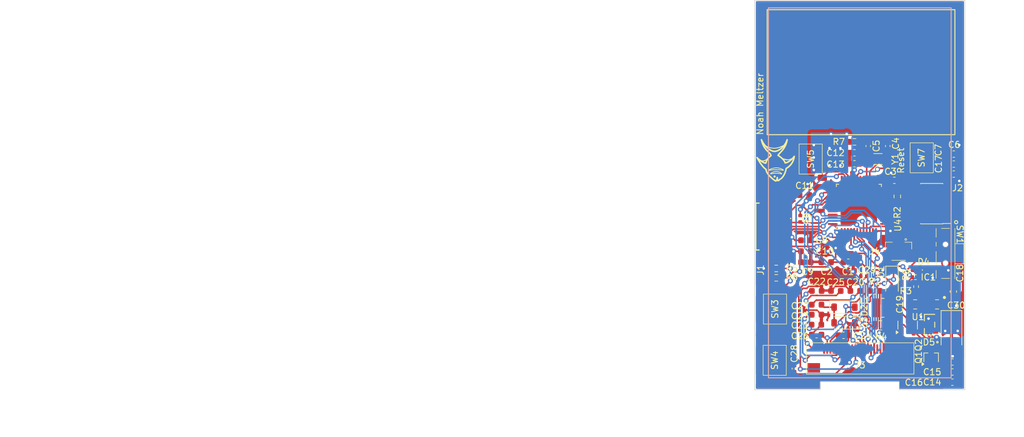
<source format=kicad_pcb>
(kicad_pcb (version 20240108) (generator "pcbnew") (generator_version "8.0")
  (title_block (title "E-Ink Clock") (rev "4") (company "Noah Meltzer"))
  (layers (0 "F.Cu" signal) (31 "B.Cu" signal) (34 "B.Paste" user) (35 "F.Paste" user) (36 "B.SilkS" user "B.Silkscreen") (37 "F.SilkS" user "F.Silkscreen") (38 "B.Mask" user) (39 "F.Mask" user) (44 "Edge.Cuts" user))
  (net 0 "")
  (net 1 "GND")
  (net 2 "V_BAT")
  (net 3 "Net-(J3-VHDR)")
  (net 4 "Net-(D1-K)")
  (net 5 "Net-(J3-VDH)")
  (net 6 "Net-(J3-VDDD)")
  (net 7 "Net-(J3-VDL)")
  (net 8 "Net-(J3-VCOM)")
  (net 9 "Net-(D2-A)")
  (net 10 "Net-(D1-A)")
  (net 11 "Net-(D2-K)")
  (net 18 "Net-(J3-RSE)")
  (net 19 "Net-(J3-GDR)")
  (net 20 "/epaper/epaper.spi_cs")
  (net 21 "/epaper/epaper.spi_scl")
  (net 22 "/epaper/epaper.spi_sda")
  (net 23 "/epaper/epaper.gpio_bs")
  (net 24 "/epaper/epaper.gpio_dc")
  (net 25 "/epaper/epaper.gpio_busy_n")
  (net 26 "/epaper/epaper.gpio_reset_n")
  (net 27 "VDD")
  (net 29 "USB_DP")
  (net 35 "USB_DM")
  (net 42 "/nRESET")
  (net 43 "/OSC32_IN")
  (net 44 "/OSC32_OUT")
  (net 45 "/SWDIO")
  (net 46 "/SWDCLK")
  (net 47 "/SWO")
  (net 49 "/BOOT0")
  (net 50 "/PB1")
  (net 51 "/PB2")
  (net 52 "/PB3")
  (net 63 "USB_PWR_5V")
  (net 65 "/power/CHG_STAT")
  (net 66 "Net-(D4-A)")
  (net 67 "Net-(IC1-PROG)")
  (net 68 "Vin")
  (footprint "Resistor_SMD:R_0603_1608Metric" (layer "F.Cu") (at 136.55 116.7 180)
    (property "Reference" "R6")
    (property "Value" "1K")
  )
  (footprint "NoahsFootprints:HX MSK12CO2-BBTM" (layer "F.Cu") (at 161 112.85 -90)
    (property "Reference" "SW1")
    (property "Value" "PWR Switch")
    (fp_circle (center -1.5 -2.6) (end -1.075 -2.6) (stroke (width 0.05)) (fill none) (layer "Edge.Cuts"))
    (fp_circle (center 1.5 -2.6) (end 1.925 -2.6) (stroke (width 0.05)) (fill none) (layer "Edge.Cuts"))
  )
  (footprint "Connector_PinHeader_1.27mm:PinHeader_2x05_P1.27mm_Vertical_SMD" (layer "F.Cu") (at 161.4 104.84 180)
    (property "Reference" "J2")
    (property "Value" "Conn_ARM_JTAG_SWD_10")
  )
  (footprint "Capacitor_SMD:C_0603_1608Metric" (layer "F.Cu") (at 149.05 96.7 180)
    (property "Reference" "C12")
    (property "Value" "100nf")
  )
  (footprint "Capacitor_SMD:C_0603_1608Metric" (layer "F.Cu") (at 142.975 124.2 180)
    (property "Reference" "C21")
    (property "Value" "1uF / 25V")
  )
  (footprint "Capacitor_SMD:C_0603_1608Metric" (layer "F.Cu") (at 149.175 118.8)
    (property "Reference" "C20")
    (property "Value" "1uF / 25V")
  )
  (footprint "Capacitor_SMD:C_0402_1005Metric" (layer "F.Cu") (at 154.37 95.62 -90)
    (property "Reference" "C4")
    (property "Value" "10pf")
  )
  (footprint "Resistor_SMD:R_0805_2012Metric" (layer "F.Cu") (at 153.2 124.3)
    (property "Reference" "R4")
    (property "Value" "0.47R")
  )
  (footprint "Resistor_SMD:R_0603_1608Metric" (layer "F.Cu") (at 152.275 118.8)
    (property "Reference" "R1")
    (property "Value" "1K")
  )
  (footprint "NoahsFootprints:BM02B-SRSS-TB" (layer "F.Cu") (at 153.7 114.1)
    (property "Reference" "J4")
    (property "Value" "~")
  )
  (footprint "Inductor_SMD:L_Ferrocore_DLG-0302" (layer "F.Cu") (at 153.6 121.5)
    (property "Reference" "L1")
    (property "Value" "10uH")
  )
  (footprint "Resistor_SMD:R_0603_1608Metric" (layer "F.Cu") (at 149.05 94.95)
    (property "Reference" "R7")
    (property "Value" "1K")
  )
  (footprint "Capacitor_SMD:C_0805_2012Metric" (layer "F.Cu") (at 162.25 120.95)
    (property "Reference" "C30")
    (property "Value" "10 uF")
  )
  (footprint "Capacitor_SMD:C_0402_1005Metric" (layer "F.Cu") (at 151.25 95.62 -90)
    (property "Reference" "C5")
    (property "Value" "10pf")
  )
  (footprint "Capacitor_SMD:C_0603_1608Metric" (layer "F.Cu") (at 164.7 133.4 180)
    (property "Reference" "C14")
    (property "Value" "100nf")
  )
  (footprint "Capacitor_SMD:C_0603_1608Metric" (layer "F.Cu") (at 144.525 114.2 180)
    (property "Reference" "C2")
    (property "Value" "1uf")
  )
  (footprint "Capacitor_SMD:C_0603_1608Metric" (layer "F.Cu") (at 141.275 112.45)
    (property "Reference" "C10")
    (property "Value" "100nf")
  )
  (footprint "Package_TO_SOT_SMD:SOT-23" (layer "F.Cu") (at 157.55 124.2625 90)
    (property "Reference" "Q2")
    (property "Value" "~")
  )
  (footprint "Capacitor_SMD:C_0402_1005Metric" (layer "F.Cu") (at 139.45 131.23 90)
    (property "Reference" "C28")
    (property "Value" "1uF / 6.3V")
  )
  (footprint "Capacitor_SMD:C_0603_1608Metric" (layer "F.Cu") (at 164.925 98.5 180)
    (property "Reference" "C7")
    (property "Value" "100nf")
  )
  (footprint "Capacitor_SMD:C_0603_1608Metric" (layer "F.Cu") (at 164.7 130.17 180)
    (property "Reference" "C16")
    (property "Value" "100nf")
  )
  (footprint "NoahsFootprints:LQFP-48" (layer "F.Cu") (at 149.75 105.34 90)
    (property "Reference" "U4")
    (property "Value" "STM32F103C8T6")
  )
  (footprint "Diode_SMD:D_SOD-123" (layer "F.Cu") (at 147.45 123.9 180)
    (property "Reference" "D3")
    (property "Value" "SD103AW")
  )
  (footprint "NoahsFootprints:PTS526" (layer "F.Cu") (at 136.3 129.9 90)
    (property "Reference" "SW4")
    (property "Value" "SW_Push")
  )
  (footprint "Capacitor_SMD:C_0603_1608Metric" (layer "F.Cu") (at 164.85 118.9 -90)
    (property "Reference" "C18")
    (property "Value" "100nf")
  )
  (footprint "Package_TO_SOT_SMD:SOT-323_SC-70" (layer "F.Cu") (at 161.3 129.45 90)
    (property "Reference" "Q1")
    (property "Value" "NMOS")
  )
  (footprint "Capacitor_SMD:C_0603_1608Metric" (layer "F.Cu") (at 141.275 114.2)
    (property "Reference" "C9")
    (property "Value" "100nf")
  )
  (footprint "Capacitor_SMD:C_0603_1608Metric" (layer "F.Cu") (at 143 121)
    (property "Reference" "C27")
    (property "Value" "4.7uF / 25V")
  )
  (footprint "Capacitor_SMD:C_0603_1608Metric" (layer "F.Cu") (at 164.925 96.9 180)
    (property "Reference" "C6")
    (property "Value" "100nf")
  )
  (footprint "Capacitor_SMD:C_0603_1608Metric" (layer "F.Cu") (at 149.05 98.45 180)
    (property "Reference" "C13")
    (property "Value" "100nf")
  )
  (footprint "Capacitor_SMD:C_0603_1608Metric" (layer "F.Cu") (at 146.075 118.8)
    (property "Reference" "C25")
    (property "Value" "1uF / 25V")
  )
  (footprint "Resistor_SMD:R_0402_1005Metric" (layer "F.Cu") (at 140.39 107.25 -90)
    (property "Reference" "R9")
    (property "Value" "1.5k")
  )
  (footprint "Capacitor_SMD:C_0402_1005Metric" (layer "F.Cu") (at 150.53 116.45)
    (property "Reference" "C29")
    (property "Value" "0.1uF / 16V")
  )
  (footprint "Resistor_SMD:R_0603_1608Metric" (layer "F.Cu") (at 155.9 103.675 -90)
    (property "Reference" "R2")
    (property "Value" "10K")
  )
  (footprint "Capacitor_SMD:C_0603_1608Metric" (layer "F.Cu") (at 164.925 100.1 180)
    (property "Reference" "C17")
    (property "Value" "100nf")
  )
  (footprint "NoahsFootprints:PTS526" (layer "F.Cu") (at 159.8 97.5 90)
    (property "Reference" "SW7")
    (property "Value" "SW_Push")
  )
  (footprint "NoahsFootprints:SOT-23_DIO" (layer "F.Cu") (at 161.05 124.2 90)
    (property "Reference" "U1")
    (property "Value" "AP2120N-3.3TRG1")
  )
  (footprint "LED_SMD:LED_0402_1005Metric" (layer "F.Cu") (at 158.815 115.45 180)
    (property "Reference" "D4")
    (property "Value" "Blue")
  )
  (footprint "NoahsFootprints:PTS526" (layer "F.Cu") (at 136.35 121.7 90)
    (property "Reference" "SW3")
    (property "Value" "SW_Push")
  )
  (footprint "Capacitor_SMD:C_0603_1608Metric" (layer "F.Cu") (at 147.3 125.9 180)
    (property "Reference" "C24")
    (property "Value" "1uF / 25V")
  )
  (footprint "Diode_SMD:D_SOD-123" (layer "F.Cu") (at 155.05 117.2 -90)
    (property "Reference" "D1")
    (property "Value" "SD103AW")
  )
  (footprint "Capacitor_SMD:C_0603_1608Metric" (layer "F.Cu") (at 143 125.8)
    (property "Reference" "C26")
    (property "Value" "1uF / 25V")
  )
  (footprint "Capacitor_SMD:C_0603_1608Metric" (layer "F.Cu") (at 141.275 110.7)
    (property "Reference" "C8")
    (property "Value" "100nf")
  )
  (footprint "Capacitor_SMD:C_0805_2012Metric" (layer "F.Cu") (at 158.75 120.95)
    (property "Reference" "C19")
    (property "Value" "10 uF")
  )
  (footprint "Resistor_SMD:R_0603_1608Metric" (layer "F.Cu") (at 136.55 115.2 180)
    (property "Reference" "R5")
    (property "Value" "1K")
  )
  (footprint "Capacitor_SMD:C_0603_1608Metric" (layer "F.Cu") (at 143.025 118.8 180)
    (property "Reference" "C22")
    (property "Value" "1uF / 25V")
  )
  (footprint "Capacitor_SMD:C_0603_1608Metric" (layer "F.Cu") (at 155.425 101.1)
    (property "Reference" "C3")
    (property "Value" "100nf")
  )
  (footprint "Diode_SMD:D_SMA" (layer "F.Cu") (at 164.55 125.45 -90)
    (property "Reference" "D5")
    (property "Value" "D_Schottky")
  )
  (footprint "Capacitor_SMD:C_0603_1608Metric" (layer "F.Cu") (at 143 122.6 180)
    (property "Reference" "C23")
    (property "Value" "1uF / 25V")
  )
  (footprint "NoahsFootprints:101181920002LF" (layer "F.Cu") (at 135.825 108.5 -90)
    (property "Reference" "J1")
    (property "Value" "10118192-0002LF" (hide yes))
  )
  (footprint "Capacitor_SMD:C_0603_1608Metric" (layer "F.Cu") (at 148.075 114.2)
    (property "Reference" "C1")
    (property "Value" "100nf")
  )
  (footprint "Crystal:Crystal_SMD_3215-2Pin_3.2x1.5mm" (layer "F.Cu") (at 152.8 97.7)
    (property "Reference" "Y1")
    (property "Value" "32k")
  )
  (footprint "Resistor_SMD:R_0402_1005Metric" (layer "F.Cu") (at 158.8 116.6)
    (property "Reference" "R8")
    (property "Value" "1k")
  )
  (footprint "Diode_SMD:D_SOD-123" (layer "F.Cu") (at 147.45 121.4)
    (property "Reference" "D2")
    (property "Value" "SD103AW")
  )
  (footprint "Resistor_SMD:R_0402_1005Metric" (layer "F.Cu") (at 158.9 118.11 90)
    (property "Reference" "R3")
    (property "Value" "2k")
  )
  (footprint "Capacitor_SMD:C_0603_1608Metric" (layer "F.Cu") (at 164.7 131.77 180)
    (property "Reference" "C15")
    (property "Value" "100nf")
  )
  (footprint "Capacitor_SMD:C_0603_1608Metric" (layer "F.Cu") (at 141.05 103.45 180)
    (property "Reference" "C11")
    (property "Value" "100nf")
  )
  (footprint "NoahsFootprints:SON50P300X200X100-9N-D" (layer "F.Cu") (at 161.55 118.45 180)
    (property "Reference" "IC1")
    (property "Value" "MCP73831T-2ACI_MC" (hide yes))
  )
  (footprint "NoahsFootprints:PTS526" (layer "F.Cu") (at 142.05 97.7 90)
    (property "Reference" "SW5")
    (property "Value" "SW_Push")
  )
  (footprint "NoahsFootprints:KH-FG0.5-H2.0-24PIN" (layer "F.Cu") (at 149.95 129.7)
    (property "Reference" "J3")
    (property "Value" "~" (hide yes))
  )
  (gr_rect (start 135.3 73.5) (end 164.5 132.7) (stroke (width 0.16)) (fill none) (layer "B.SilkS"))
  (gr_line (start 134.212597 97.971743) (end 134.263216 97.985913) (stroke (width 0.124999)) (layer "F.SilkS"))
  (gr_line (start 138.624406 97.781426) (end 138.53584 97.798573) (stroke (width 0.124999)) (layer "F.SilkS"))
  (gr_line (start 137.581547 95.614319) (end 137.704219 95.552979) (stroke (width 0.124999)) (layer "F.SilkS"))
  (gr_line (start 138.902737 97.691727) (end 138.806891 97.728031) (stroke (width 0.124999)) (layer "F.SilkS"))
  (gr_line (start 134.927242 97.808527) (end 135.070735 97.698288) (stroke (width 0.124999)) (layer "F.SilkS"))
  (gr_line (start 138.714435 97.757921) (end 138.624406 97.781426) (stroke (width 0.124999)) (layer "F.SilkS"))
  (gr_line (start 134.529663 98.001944) (end 134.569107 97.99452) (stroke (width 0.124999)) (layer "F.SilkS"))
  (gr_line (start 139.108454 97.599768) (end 139.002937 97.648982) (stroke (width 0.124999)) (layer "F.SilkS"))
  (gr_line (start 137.004997 95.840997) (end 137.11563 95.80583) (stroke (width 0.124999)) (layer "F.SilkS"))
  (gr_line (start 135.918021 95.945268) (end 136.100005 95.960326) (stroke (width 0.124999)) (layer "F.SilkS"))
  (gr_line (start 133.859441 97.804045) (end 133.924855 97.842589) (stroke (width 0.124999)) (layer "F.SilkS"))
  (gr_line (start 134.047416 97.906513) (end 134.10483 97.932193) (stroke (width 0.124999)) (layer "F.SilkS"))
  (gr_line (start 136.583777 95.935341) (end 136.686024 95.918403) (stroke (width 0.124999)) (layer "F.SilkS"))
  (gr_line (start 135.070735 97.698288) (end 135.146812 97.640301) (stroke (width 0.124999)) (layer "F.SilkS"))
  (gr_line (start 136.288298 95.961671) (end 136.384983 95.956825) (stroke (width 0.124999)) (layer "F.SilkS"))
  (gr_line (start 137.228532 95.765729) (end 137.343772 95.720544) (stroke (width 0.124999)) (layer "F.SilkS"))
  (gr_poly (pts (xy 135.643476 100.037721) (xy 135.651475 100.024396) (xy 135.678892 99.993518) (xy 135.720465 99.958232) (xy 135.774915 99.92002) (xy 135.840961 99.88036) (xy 135.917323 99.840731) (xy 136.002721 99.802614) (xy 136.095874 99.767487) (xy 136.195503 99.73683) (xy 136.300327 99.712121) (xy 136.409067 99.694842) (xy 136.464504 99.68945) (xy 136.520441 99.68647) (xy 136.576455 99.686262) (xy 136.632116 99.688922) (xy 136.687248 99.69424) (xy 136.741678 99.702007) (xy 136.795229 99.712013) (xy 136.847726 99.724047) (xy 136.898995 99.737899) (xy 136.94886 99.75336) (xy 136.997146 99.770218) (xy 137.043679 99.788266) (xy 137.088283 99.807292) (xy 137.130783 99.827086) (xy 137.171003 99.847438) (xy 137.20877 99.868139) (xy 137.243907 99.888978) (xy 137.276241 99.909746) (xy 137.305595 99.930231) (xy 137.331794 99.950226) (xy 137.354664 99.969518) (xy 137.37403 99.987899) (xy 137.389716 100.005158) (xy 137.401547 100.021085) (xy 137.409348 100.035471) (xy 137.412945 100.048105) (xy 137.413111 100.0537) (xy 137.412161 100.058778) (xy 137.410073 100.063313) (xy 137.406823 100.067278) (xy 137.402391 100.070649) (xy 137.396755 100.073397) (xy 137.381781 100.076925) (xy 137.361727 100.07765) (xy 137.336418 100.075364) (xy 137.305679 100.069856) (xy 137.269334 100.060916) (xy 137.18789 100.040906) (xy 137.100936 100.023752) (xy 137.009307 100.009412) (xy 136.913834 99.997848) (xy 136.81535 99.989018) (xy 136.714689 99.982883) (xy 136.612684 99.979403) (xy 136.510166 99.978537) (xy 136.40797 99.980246) (xy 136.306927 99.984488) (xy 136.207872 99.991225) (xy 136.111636 100.000416) (xy 136.019053 100.012021) (xy 135.930955 100.025999) (xy 135.848176 100.042311) (xy 135.771548 100.060916) (xy 135.708978 100.07426) (xy 135.685483 100.076413) (xy 135.666967 100.075801) (xy 135.65327 100.072607) (xy 135.644232 100.067017) (xy 135.639694 100.059217) (xy 135.639495 100.049389)) (stroke (width 0.125)) (fill none) (layer "F.SilkS"))
  (gr_line (start 134.489023 98.006733) (end 134.529663 98.001944) (stroke (width 0.124999)) (layer "F.SilkS"))
  (gr_line (start 134.60749 97.984614) (end 134.644946 97.972375) (stroke (width 0.124999)) (layer "F.SilkS"))
  (gr_line (start 137.343772 95.720544) (end 137.461421 95.670124) (stroke (width 0.124999)) (layer "F.SilkS"))
  (gr_line (start 138.359242 97.813902) (end 138.269283 97.81214) (stroke (width 0.124999)) (layer "F.SilkS"))
  (gr_line (start 138.806891 97.728031) (end 138.714435 97.757921) (stroke (width 0.124999)) (layer "F.SilkS"))
  (gr_line (start 136.193328 95.962788) (end 136.288298 95.961671) (stroke (width 0.124999)) (layer "F.SilkS"))
  (gr_line (start 134.263216 97.985913) (end 134.311838 97.996548) (stroke (width 0.124999)) (layer "F.SilkS"))
  (gr_line (start 136.100005 95.960326) (end 136.193328 95.962788) (stroke (width 0.124999)) (layer "F.SilkS"))
  (gr_line (start 138.447773 97.809389) (end 138.359242 97.813902) (stroke (width 0.124999)) (layer "F.SilkS"))
  (gr_line (start 135.083342 95.706406) (end 135.242092 95.771974) (stroke (width 0.124999)) (layer "F.SilkS"))
  (gr_line (start 138.176932 97.80413) (end 138.081227 97.7899) (stroke (width 0.124999)) (layer "F.SilkS"))
  (gr_line (start 134.681607 97.957953) (end 134.717608 97.9415) (stroke (width 0.124999)) (layer "F.SilkS"))
  (gr_rect (start 135.1 73.8) (end 165.1 93.8) (stroke (width 0.16)) (fill none) (layer "F.SilkS"))
  (gr_line (start 139.002937 97.648982) (end 138.902737 97.691727) (stroke (width 0.124999)) (layer "F.SilkS"))
  (gr_line (start 134.857686 97.858373) (end 134.927242 97.808527) (stroke (width 0.124999)) (layer "F.SilkS"))
  (gr_line (start 137.875897 97.74289) (end 137.764346 97.710165) (stroke (width 0.124999)) (layer "F.SilkS"))
  (gr_line (start 136.896565 95.871381) (end 137.004997 95.840997) (stroke (width 0.124999)) (layer "F.SilkS"))
  (gr_circle (center 165.3 107.8) (end 165.3 108.05) (stroke (width 0.16)) (fill none) (layer "F.SilkS"))
  (gr_line (start 135.570763 95.878824) (end 135.741792 95.917699) (stroke (width 0.124999)) (layer "F.SilkS"))
  (gr_line (start 135.242092 95.771974) (end 135.404381 95.829848) (stroke (width 0.124999)) (layer "F.SilkS"))
  (gr_line (start 137.518651 97.626413) (end 138.359242 97.813902) (stroke (width 0.124999)) (layer "F.SilkS"))
  (gr_line (start 135.404381 95.829848) (end 135.570763 95.878824) (stroke (width 0.124999)) (layer "F.SilkS"))
  (gr_line (start 136.384983 95.956825) (end 136.483453 95.948098) (stroke (width 0.124999)) (layer "F.SilkS"))
  (gr_line (start 134.311838 97.996548) (end 134.358596 98.003796) (stroke (width 0.124999)) (layer "F.SilkS"))
  (gr_line (start 137.981203 97.769477) (end 137.875897 97.74289) (stroke (width 0.124999)) (layer "F.SilkS"))
  (gr_line (start 134.403623 98.00781) (end 134.447055 98.008739) (stroke (width 0.124999)) (layer "F.SilkS"))
  (gr_line (start 138.269283 97.81214) (end 138.176932 97.80413) (stroke (width 0.124999)) (layer "F.SilkS"))
  (gr_line (start 134.774243 95.557005) (end 134.927577 95.634348) (stroke (width 0.124999)) (layer "F.SilkS"))
  (gr_line (start 137.461421 95.670124) (end 137.581547 95.614319) (stroke (width 0.124999)) (layer "F.SilkS"))
  (gr_line (start 135.741792 95.917699) (end 135.918021 95.945268) (stroke (width 0.124999)) (layer "F.SilkS"))
  (gr_line (start 134.644946 97.972375) (end 134.681607 97.957953) (stroke (width 0.124999)) (layer "F.SilkS"))
  (gr_line (start 137.704219 95.552979) (end 137.829506 95.485953) (stroke (width 0.124999)) (layer "F.SilkS"))
  (gr_line (start 136.483453 95.948098) (end 136.583777 95.935341) (stroke (width 0.124999)) (layer "F.SilkS"))
  (gr_line (start 138.081227 97.7899) (end 137.981203 97.769477) (stroke (width 0.124999)) (layer "F.SilkS"))
  (gr_line (start 134.159846 97.953887) (end 134.212597 97.971743) (stroke (width 0.124999)) (layer "F.SilkS"))
  (gr_line (start 133.924855 97.842589) (end 133.987468 97.876695) (stroke (width 0.124999)) (layer "F.SilkS"))
  (gr_poly (pts (xy 136.175049 100.488262) (xy 136.17549 100.482464) (xy 136.176216 100.476751) (xy 136.177219 100.471129) (xy 136.178494 100.465606) (xy 136.180033 100.460188) (xy 136.181827 100.454884) (xy 136.183871 100.4497) (xy 136.186158 100.444643) (xy 136.188679 100.439721) (xy 136.191428 100.43494) (xy 136.194397 100.430308) (xy 136.19758 100.425832) (xy 136.200969 100.421519) (xy 136.204557 100.417377) (xy 136.208337 100.413413) (xy 136.212302 100.409633) (xy 136.216444 100.406044) (xy 136.220757 100.402655) (xy 136.225232 100.399472) (xy 136.229864 100.396503) (xy 136.234645 100.393754) (xy 136.239567 100.391233) (xy 136.244624 100.388947) (xy 136.249808 100.386903) (xy 136.255113 100.385108) (xy 136.26053 100.38357) (xy 136.266053 100.382295) (xy 136.271675 100.381291) (xy 136.277388 100.380565) (xy 136.283186 100.380124) (xy 136.289061 100.379976) (xy 136.294935 100.380124) (xy 136.300733 100.380565) (xy 136.306446 100.381291) (xy 136.312068 100.382295) (xy 136.317591 100.38357) (xy 136.323008 100.385108) (xy 136.328313 100.386903) (xy 136.333497 100.388947) (xy 136.338554 100.391233) (xy 136.343476 100.393754) (xy 136.348257 100.396503) (xy 136.352889 100.399472) (xy 136.357365 100.402655) (xy 136.361677 100.406044) (xy 136.36582 100.409633) (xy 136.369784 100.413413) (xy 136.373564 100.417377) (xy 136.377152 100.421519) (xy 136.380541 100.425832) (xy 136.383724 100.430308) (xy 136.386694 100.43494) (xy 136.389443 100.439721) (xy 136.391964 100.444643) (xy 136.39425 100.4497) (xy 136.396294 100.454884) (xy 136.398089 100.460188) (xy 136.399627 100.465606) (xy 136.400902 100.471129) (xy 136.401906 100.476751) (xy 136.402632 100.482464) (xy 136.403073 100.488262) (xy 136.403221 100.494136) (xy 136.403073 100.500011) (xy 136.402632 100.505808) (xy 136.401906 100.511522) (xy 136.400902 100.517144) (xy 136.399627 100.522667) (xy 136.398089 100.528084) (xy 136.396294 100.533388) (xy 136.39425 100.538573) (xy 136.391964 100.54363) (xy 136.389443 100.548552) (xy 136.386694 100.553333) (xy 136.383724 100.557964) (xy 136.380541 100.56244) (xy 136.377152 100.566753) (xy 136.373564 100.570895) (xy 136.369784 100.57486) (xy 136.36582 100.57864) (xy 136.361677 100.582228) (xy 136.357365 100.585617) (xy 136.352889 100.5888) (xy 136.348257 100.591769) (xy 136.343476 100.594518) (xy 136.338554 100.597039) (xy 136.333497 100.599325) (xy 136.328313 100.60137) (xy 136.323008 100.603164) (xy 136.317591 100.604703) (xy 136.312068 100.605977) (xy 136.306446 100.606981) (xy 136.300733 100.607707) (xy 136.294935 100.608148) (xy 136.289061 100.608297) (xy 136.283186 100.608148) (xy 136.277388 100.607707) (xy 136.271675 100.606981) (xy 136.266053 100.605977) (xy 136.26053 100.604703) (xy 136.255113 100.603164) (xy 136.249808 100.60137) (xy 136.244624 100.599325) (xy 136.239567 100.597039) (xy 136.234645 100.594518) (xy 136.229864 100.591769) (xy 136.225232 100.5888) (xy 136.220757 100.585617) (xy 136.216444 100.582228) (xy 136.212302 100.57864) (xy 136.208337 100.57486) (xy 136.204557 100.570895) (xy 136.200969 100.566753) (xy 136.19758 100.56244) (xy 136.194397 100.557964) (xy 136.191428 100.553333) (xy 136.188679 100.548552) (xy 136.186158 100.54363) (xy 136.183871 100.538573) (xy 136.181827 100.533388) (xy 136.180033 100.528084) (xy 136.178494 100.522667) (xy 136.177219 100.517144) (xy 136.176216 100.511522) (xy 136.17549 100.505808) (xy 136.175049 100.500011) (xy 136.1749 100.494136)) (stroke (width 0.125)) (fill solid) (layer "F.SilkS"))
  (gr_line (start 135.146812 97.640301) (end 135.227204 97.582006) (stroke (width 0.124999)) (layer "F.SilkS"))
  (gr_poly (pts (xy 133.51514 97.495056) (xy 133.614929 97.592944) (xy 133.68501 97.658575) (xy 133.766545 97.732054) (xy 133.85803 97.810922) (xy 133.957961 97.892721) (xy 134.064836 97.974992) (xy 134.177151 98.055279) (xy 134.293402 98.131121) (xy 134.352535 98.166608) (xy 134.412088 98.200062) (xy 134.471873 98.231176) (xy 134.531703 98.259643) (xy 134.591389 98.285155) (xy 134.650745 98.307405) (xy 134.709581 98.326086) (xy 134.76771 98.340891) (xy 134.824944 98.351512) (xy 134.881095 98.357642) (xy 134.911672 98.24435) (xy 134.945513 98.138643) (xy 134.982539 98.039971) (xy 135.022667 97.947785) (xy 135.065816 97.861536) (xy 135.111907 97.780675) (xy 135.160858 97.704652) (xy 135.212587 97.632918) (xy 135.267015 97.564924) (xy 135.324059 97.50012) (xy 135.38364 97.437958) (xy 135.445676 97.377887) (xy 135.510086 97.31936) (xy 135.576789 97.261825) (xy 135.71675 97.14754) (xy 135.710108 97.103486) (xy 135.697246 97.059851) (xy 135.678519 97.016364) (xy 135.654282 96.972754) (xy 135.624891 96.928748) (xy 135.590703 96.884075) (xy 135.509353 96.791646) (xy 135.413077 96.693293) (xy 135.30472 96.586846) (xy 135.187125 96.470133) (xy 135.063138 96.340983) (xy 134.935602 96.197224) (xy 134.871392 96.119188) (xy 134.807362 96.036685) (xy 134.743867 95.949445) (xy 134.681263 95.857195) (xy 134.619905 95.759665) (xy 134.560149 95.656583) (xy 134.502351 95.547677) (xy 134.446865 95.432676) (xy 134.394048 95.311309) (xy 134.344254 95.183304) (xy 134.297841 95.048389) (xy 134.255162 94.906295) (xy 134.216574 94.756748) (xy 134.182433 94.599477) (xy 134.276776 94.800324) (xy 134.381366 94.992541) (xy 134.494956 95.175576) (xy 134.6163 95.348872) (xy 134.744151 95.511877) (xy 134.877265 95.664035) (xy 135.014393 95.804793) (xy 135.154291 95.933597) (xy 135.295712 96.049891) (xy 135.43741 96.153122) (xy 135.578138 96.242736) (xy 135.716651 96.318178) (xy 135.851702 96.378894) (xy 135.982045 96.42433) (xy 136.106434 96.453931) (xy 136.166007 96.462621) (xy 136.223623 96.467144) (xy 136.281473 96.467656) (xy 136.341719 96.464361) (xy 136.404165 96.457262) (xy 136.468613 96.446361) (xy 136.60273 96.413166) (xy 136.742497 96.364796) (xy 136.886341 96.301274) (xy 137.032689 96.22262) (xy 137.179965 96.128857) (xy 137.326598 96.020005) (xy 137.399181 95.959929) (xy 137.471013 95.896088) (xy 137.541897 95.828486) (xy 137.611637 95.757125) (xy 137.680035 95.682008) (xy 137.746896 95.603139) (xy 137.812022 95.520519) (xy 137.875216 95.434151) (xy 137.936283 95.344038) (xy 137.995025 95.250182) (xy 138.051246 95.152587) (xy 138.104749 95.051255) (xy 138.155337 94.946189) (xy 138.202813 94.837391) (xy 138.246981 94.724864) (xy 138.287645 94.60861) (xy 138.265048 94.747953) (xy 138.237924 94.881744) (xy 138.206579 95.010147) (xy 138.171319 95.133321) (xy 138.13245 95.251426) (xy 138.090277 95.364623) (xy 138.045106 95.473073) (xy 137.997243 95.576936) (xy 137.894661 95.771544) (xy 137.784978 95.949732) (xy 137.670639 96.112783) (xy 137.554088 96.261981) (xy 137.437772 96.398612) (xy 137.324135 96.52396) (xy 137.114682 96.745941) (xy 137.023756 96.845143) (xy 136.94529 96.938199) (xy 136.881731 97.026393) (xy 136.835523 97.111009) (xy 136.930032 97.169591) (xy 137.019203 97.227771) (xy 137.103189 97.285452) (xy 137.182144 97.34254) (xy 137.325573 97.454552) (xy 137.450716 97.563043) (xy 137.5588 97.667247) (xy 137.65105 97.766401) (xy 137.728695 97.85974) (xy 137.792959 97.9465) (xy 137.845069 98.025915) (xy 137.886252 98.097222) (xy 137.917735 98.159656) (xy 137.940743 98.212453) (xy 137.966243 98.286077) (xy 137.972562 98.311977) (xy 138.00294 98.309677) (xy 138.039687 98.304545) (xy 138.089719 98.294754) (xy 138.15222 98.278799) (xy 138.226373 98.255175) (xy 138.267564 98.240017) (xy 138.311362 98.222379) (xy 138.357666 98.202071) (xy 138.406372 98.178906) (xy 138.457379 98.152696) (xy 138.510586 98.123253) (xy 138.565889 98.090388) (xy 138.623188 98.053915) (xy 138.682379 98.013644) (xy 138.743362 97.969387) (xy 138.806033 97.920958) (xy 138.870292 97.868167) (xy 138.936035 97.810826) (xy 139.003162 97.748748) (xy 139.071569 97.681745) (xy 139.141156 97.609628) (xy 139.211819 97.53221) (xy 139.283457 97.449303) (xy 139.355968 97.360718) (xy 139.42925 97.266267) (xy 139.423478 97.322618) (xy 139.413923 97.388862) (xy 139.397841 97.476758) (xy 139.373672 97.583508) (xy 139.339855 97.706316) (xy 139.294831 97.842386) (xy 139.237039 97.988923) (xy 139.202868 98.065242) (xy 139.164919 98.143128) (xy 139.122998 98.222233) (xy 139.07691 98.302207) (xy 139.02646 98.382701) (xy 138.971452 98.463363) (xy 138.911693 98.543847) (xy 138.846986 98.6238) (xy 138.777136 98.702875) (xy 138.701949 98.780722) (xy 138.62123 98.85699) (xy 138.534783 98.931331) (xy 138.442414 99.003395) (xy 138.343927 99.072832) (xy 138.239127 99.139294) (xy 138.12782 99.20243) (xy 138.118388 99.290788) (xy 138.101057 99.391713) (xy 138.075973 99.503111) (xy 138.043278 99.622887) (xy 138.003115 99.748947) (xy 137.955629 99.879197) (xy 137.900962 100.011543) (xy 137.839258 100.143889) (xy 137.770661 100.274142) (xy 137.695313 100.400207) (xy 137.613359 100.51999) (xy 137.524942 100.631396) (xy 137.478354 100.683303) (xy 137.430204 100.732331) (xy 137.380511 100.778218) (xy 137.329291 100.820702) (xy 137.276563 100.85952) (xy 137.222344 100.894412) (xy 137.166654 100.925115) (xy 137.109509 100.951368) (xy 137.101946 100.961163) (xy 137.081092 100.986784) (xy 137.066541 101.003767) (xy 137.049698 101.022589) (xy 137.03091 101.042547) (xy 137.010518 101.062935) (xy 136.988867 101.083047) (xy 136.966301 101.102178) (xy 136.954783 101.111155) (xy 136.943165 101.119622) (xy 136.93149 101.127491) (xy 136.919801 101.134674) (xy 136.908142 101.141083) (xy 136.896555 101.14663) (xy 136.885083 101.151225) (xy 136.873769 101.154782) (xy 136.862657 101.157212) (xy 136.851788 101.158426) (xy 136.841207 101.158338) (xy 136.830957 101.156857) (xy 136.821191 101.153334) (xy 136.812023 101.147288) (xy 136.803433 101.138894) (xy 136.795404 101.128323) (xy 136.787917 101.115749) (xy 136.780951 101.101345) (xy 136.768512 101.067734) (xy 136.757936 101.028872) (xy 136.749071 100.986141) (xy 136.741768 100.940923) (xy 136.735875 100.894599) (xy 136.727714 100.804159) (xy 136.72338 100.725875) (xy 136.721363 100.649985) (xy 136.703879 100.73181) (xy 136.683764 100.81625) (xy 136.657614 100.91385) (xy 136.642639 100.963868) (xy 136.62659 101.012715) (xy 136.609613 101.058904) (xy 136.591852 101.10095) (xy 136.573452 101.137365) (xy 136.564059 101.152996) (xy 136.55456 101.166662) (xy 136.544973 101.178176) (xy 136.535318 101.187354) (xy 136.525612 101.194009) (xy 136.515874 101.197955) (xy 136.505677 101.199795) (xy 136.494611 101.20029) (xy 136.482721 101.199496) (xy 136.470049 101.197468) (xy 136.456639 101.194263) (xy 136.442532 101.189934) (xy 136.412404 101.17813) (xy 136.380009 101.162499) (xy 136.345691 101.143483) (xy 136.309794 101.121526) (xy 136.272663 101.09707) (xy 136.234641 101.070558) (xy 136.196074 101.042433) (xy 136.118676 100.983115) (xy 136.043224 100.922659) (xy 135.97247 100.864606) (xy 135.906 100.808694) (xy 135.840886 100.75169) (xy 135.776113 100.692684) (xy 135.710665 100.630764) (xy 135.643526 100.565022) (xy 135.573682 100.494546) (xy 135.500116 100.418426) (xy 135.421813 100.335753) (xy 135.380946 100.291104) (xy 135.339604 100.24352) (xy 135.298162 100.193162) (xy 135.256991 100.140194) (xy 135.216464 100.084776) (xy 135.176955 100.027073) (xy 135.138837 99.967245) (xy 135.102483 99.905455) (xy 135.068266 99.841865) (xy 135.036558 99.776637) (xy 135.007733 99.709935) (xy 134.982165 99.641919) (xy 134.960225 99.572753) (xy 134.942287 99.502598) (xy 134.928725 99.431616) (xy 134.923701 99.395866) (xy 134.91991 99.359971) (xy 134.848531 99.307909) (xy 134.777775 99.251317) (xy 134.638563 99.126161) (xy 134.503136 98.987748) (xy 134.372355 98.839322) (xy 134.247083 98.684127) (xy 134.128182 98.525408) (xy 134.016514 98.366407) (xy 133.91294 98.21037) (xy 133.733525 97.920163) (xy 133.596833 97.680739) (xy 133.479204 97.458057)) (stroke (width 0.241624)) (fill none) (layer "F.SilkS"))
  (gr_line (start 138.53584 97.798573) (end 138.447773 97.809389) (stroke (width 0.124999)) (layer "F.SilkS"))
  (gr_line (start 136.790263 95.897133) (end 136.896565 95.871381) (stroke (width 0.124999)) (layer "F.SilkS"))
  (gr_line (start 137.645585 97.67133) (end 137.518651 97.626413) (stroke (width 0.124999)) (layer "F.SilkS"))
  (gr_line (start 137.764346 97.710165) (end 137.645585 97.67133) (stroke (width 0.124999)) (layer "F.SilkS"))
  (gr_line (start 134.927577 95.634348) (end 135.083342 95.706406) (stroke (width 0.124999)) (layer "F.SilkS"))
  (gr_poly (pts (xy 135.399778 99.457987) (xy 135.410166 99.444662) (xy 135.445769 99.413783) (xy 135.499755 99.378498) (xy 135.570462 99.340286) (xy 135.656227 99.300626) (xy 135.755389 99.260997) (xy 135.866284 99.22288) (xy 135.987251 99.187753) (xy 136.116627 99.157095) (xy 136.252748 99.132387) (xy 136.393954 99.115107) (xy 136.538582 99.106736) (xy 136.61132 99.106527) (xy 136.6836 99.109188) (xy 136.755194 99.114506) (xy 136.825874 99.122273) (xy 136.895414 99.132279) (xy 136.963585 99.144312) (xy 137.030162 99.158165) (xy 137.094915 99.173625) (xy 137.157619 99.190484) (xy 137.218045 99.208531) (xy 137.275966 99.227557) (xy 137.331155 99.247351) (xy 137.383385 99.267704) (xy 137.432427 99.288405) (xy 137.478056 99.309244) (xy 137.520043 99.330011) (xy 137.558161 99.350497) (xy 137.592183 99.370491) (xy 137.621882 99.389784) (xy 137.647029 99.408164) (xy 137.667398 99.425424) (xy 137.682762 99.441351) (xy 137.692893 99.455737) (xy 137.697563 99.468371) (xy 137.69778 99.473965) (xy 137.696546 99.479043) (xy 137.693833 99.483578) (xy 137.689614 99.487544) (xy 137.676539 99.493663) (xy 137.657095 99.49719) (xy 137.631053 99.497916) (xy 137.598188 99.49563) (xy 137.55827 99.490122) (xy 137.511074 99.481182) (xy 137.405313 99.461172) (xy 137.292397 99.444017) (xy 137.17341 99.429678) (xy 137.049431 99.418113) (xy 136.921543 99.409284) (xy 136.790827 99.403149) (xy 136.525239 99.398803) (xy 136.261319 99.404754) (xy 136.007718 99.420682) (xy 135.887492 99.432287) (xy 135.773091 99.446265) (xy 135.665596 99.462577) (xy 135.566089 99.481182) (xy 135.484838 99.494526) (xy 135.430283 99.496066) (xy 135.412497 99.492873) (xy 135.400761 99.487283) (xy 135.394868 99.479482) (xy 135.394609 99.469655)) (stroke (width 0.125)) (fill none) (layer "F.SilkS"))
  (gr_line (start 134.358596 98.003796) (end 134.403623 98.00781) (stroke (width 0.124999)) (layer "F.SilkS"))
  (gr_line (start 133.987468 97.876695) (end 134.047416 97.906513) (stroke (width 0.124999)) (layer "F.SilkS"))
  (gr_line (start 136.686024 95.918403) (end 136.790263 95.897133) (stroke (width 0.124999)) (layer "F.SilkS"))
  (gr_line (start 134.10483 97.932193) (end 134.159846 97.953887) (stroke (width 0.124999)) (layer "F.SilkS"))
  (gr_line (start 134.717608 97.9415) (end 134.788165 97.903098) (stroke (width 0.124999)) (layer "F.SilkS"))
  (gr_line (start 134.447055 98.008739) (end 134.489023 98.006733) (stroke (width 0.124999)) (layer "F.SilkS"))
  (gr_line (start 134.569107 97.99452) (end 134.60749 97.984614) (stroke (width 0.124999)) (layer "F.SilkS"))
  (gr_line (start 134.788165 97.903098) (end 134.857686 97.858373) (stroke (width 0.124999)) (layer "F.SilkS"))
  (gr_line (start 137.11563 95.80583) (end 137.228532 95.765729) (stroke (width 0.124999)) (layer "F.SilkS"))
  (gr_line (start 137.829506 95.485953) (end 137.11563 95.80583) (stroke (width 0.124999)) (layer "F.SilkS"))
  (gr_poly (pts (xy 133.1 72.3) (xy 166.7 72.3) (xy 166.7 134.6) (xy 156.2 134.6) (xy 156.2 133.3) (xy 143.6 133.3) (xy 143.6 134.6) (xy 133.1 134.6)) (stroke (width 0.1)) (fill none) (layer "Edge.Cuts"))
  (gr_text "Reset" (at 157.05 100.1 90) (layer "F.SilkS") (effects (font (size 1 1) (thickness 0.153)) (justify left bottom)))
  (gr_text "Noah Meltzer" (at 134.55 93.95 90) (layer "F.SilkS") (effects (font (size 1 1) (thickness 0.153)) (justify left bottom)))
  (segment (start 140.275 100.775) (end 140.2 100.7) (width 0.25) (layer "F.Cu") (net 1))
  (segment (start 143.75 114.2) (end 142.05 114.2) (width 0.25) (layer "F.Cu") (net 1))
  (segment (start 154.65 101.1) (end 154.65 101.6) (width 0.25) (layer "F.Cu") (net 1))
  (segment (start 151.65 124.3) (end 150.8 123.45) (width 0.25) (layer "F.Cu") (net 1))
  (segment (start 148.801659 107.58) (end 149.408297 108.186638) (width 0.25) (layer "F.Cu") (net 1))
  (segment (start 140.527 118.712995) (end 140.854995 118.385) (width 0.25) (layer "F.Cu") (net 1))
  (segment (start 138.888 131.312) (end 138.888 132.138) (width 0.25) (layer "F.Cu") (net 1))
  (segment (start 156.347999 111.702) (end 153.302 111.702) (width 0.25) (layer "F.Cu") (net 1))
  (segment (start 143.775 122.6) (end 143.048 121.873) (width 0.25) (layer "F.Cu") (net 1))
  (segment (start 143.25 109.5) (end 144.2 109.5) (width 0.25) (layer "F.Cu") (net 1))
  (segment (start 147.94092 125.76592) (end 147.94092 124.60908) (width 0.25) (layer "F.Cu") (net 1))
  (segment (start 138.375 109.8) (end 139.275 108.9) (width 0.25) (layer "F.Cu") (net 1))
  (segment (start 143.475836 111.024164) (end 143.75 111.298327) (width 0.25) (layer "F.Cu") (net 1))
  (segment (start 164.85 120.75) (end 165.3 121.2) (width 0.25) (layer "F.Cu") (net 1))
  (segment (start 152.2875 124.3) (end 151.65 124.3) (width 0.25) (layer "F.Cu") (net 1))
  (segment (start 148.8 114.25) (end 148.85 114.2) (width 0.25) (layer "F.Cu") (net 1))
  (segment (start 141.42351 118.385) (end 141.73551 118.073) (width 0.25) (layer "F.Cu") (net 1))
  (segment (start 143.372673 110.921) (end 143.475836 111.024164) (width 0.25) (layer "F.Cu") (net 1))
  (segment (start 139.164 132.414) (end 139.164 133.386) (width 0.25) (layer "F.Cu") (net 1))
  (segment (start 143.8 118.8) (end 145.3 118.8) (width 0.25) (layer "F.Cu") (net 1))
  (segment (start 141.73551 118.073) (end 143.548 118.073) (width 0.25) (layer "F.Cu") (net 1))
  (segment (start 148.075 125.9) (end 147.94092 125.76592) (width 0.25) (layer "F.Cu") (net 1))
  (segment (start 148.4 118.8) (end 148.4 118.038173) (width 0.25) (layer "F.Cu") (net 1))
  (segment (start 149.2 123.9) (end 150.1 124.8) (width 0.25) (layer "F.Cu") (net 1))
  (segment (start 149.1 123.9) (end 149.2 123.9) (width 0.25) (layer "F.Cu") (net 1))
  (segment (start 143.75 122.625) (end 143.775 122.6) (width 0.25) (layer "F.Cu") (net 1))
  (segment (start 138.898 133.652) (end 135.202 133.652) (width 0.25) (layer "F.Cu") (net 1))
  (segment (start 148.65 123.9) (end 149.1 123.9) (width 0.25) (layer "F.Cu") (net 1))
  (segment (start 154.65 101.6) (end 155.9 102.85) (width 0.25) (layer "F.Cu") (net 1))
  (segment (start 142.225 125.8) (end 142.225 125.725) (width 0.25) (layer "F.Cu") (net 1))
  (segment (start 147.7 128.1) (end 147.7 127.1) (width 0.25) (layer "F.Cu") (net 1))
  (segment (start 162.2 121.95) (end 163.2 120.95) (width 0.25) (layer "F.Cu") (net 1))
  (segment (start 144 106.5) (end 143.9 106.677932) (width 0.25) (layer "F.Cu") (net 1))
  (segment (start 159.858138 120.95) (end 160.858138 121.95) (width 0.25) (layer "F.Cu") (net 1))
  (segment (start 143.548 118.073) (end 143.8 118.325) (width 0.25) (layer "F.Cu") (net 1))
  (segment (start 164.55 127.45) (end 162.331942 127.45) (width 0.25) (layer "F.Cu") (net 1))
  (segment (start 139.45 130.75) (end 138.888 131.312) (width 0.25) (layer "F.Cu") (net 1))
  (segment (start 153.302 111.702) (end 153.3 111.7) (width 0.25) (layer "F.Cu") (net 1))
  (segment (start 148.075 126.725) (end 148.075 125.9) (width 0.25) (layer "F.Cu") (net 1))
  (segment (start 148.85 114.2) (end 148.8 114.2) (width 0.25) (layer "F.Cu") (net 1))
  (segment (start 142.05 110.7) (end 142.271 110.921) (width 0.25) (layer "F.Cu") (net 1))
  (segment (start 160.11 118.2) (end 161.36 118.2) (width 0.25) (layer "F.Cu") (net 1))
  (segment (start 160.8015 123.5416) (end 160.1929 122.933) (width 0.25) (layer "F.Cu") (net 1))
  (segment (start 142.05 112.45) (end 142.186706 112.586706) (width 0.25) (layer "F.Cu") (net 1))
  (segment (start 150.448 117.012) (end 149.426173 117.012) (width 0.25) (layer "F.Cu") (net 1))
  (segment (start 152 110.4) (end 152 109.49) (width 0.25) (layer "F.Cu") (net 1))
  (segment (start 142.186706 112.586706) (end 142.186706 114.063294) (width 0.25) (layer "F.Cu") (net 1))
  (segment (start 142.05 110.7) (end 143.25 109.5) (width 0.25) (layer "F.Cu") (net 1))
  (segment (start 148.4 118.038173) (end 149.329 117.109173) (width 0.25) (layer "F.Cu") (net 1))
  (segment (start 143.4 108.9) (end 144.2 109.5) (width 0.25) (layer "F.Cu") (net 1))
  (segment (start 145.57 107.58) (end 148.801659 107.58) (width 0.25) (layer "F.Cu") (net 1))
  (segment (start 142.225 125.725) (end 143.75 124.2) (width 0.25) (layer "F.Cu") (net 1))
  (segment (start 164.85 119.675) (end 164.85 120.75) (width 0.25) (layer "F.Cu") (net 1))
  (segment (start 148.4 118.8) (end 147.673 118.073) (width 0.25) (layer "F.Cu") (net 1))
  (segment (start 143.8 118.325) (end 143.8 118.8) (width 0.25) (layer "F.Cu") (net 1))
  (segment (start 161.36 118.2) (end 161.61 118.45) (width 0.25) (layer "F.Cu") (net 1))
  (segment (start 153.3 111.7) (end 152 110.4) (width 0.25) (layer "F.Cu") (net 1))
  (segment (start 147.7 127.1) (end 148.075 126.725) (width 0.25) (layer "F.Cu") (net 1))
  (segment (start 155.9 102.85) (end 155.69 103.06) (width 0.25) (layer "F.Cu") (net 1))
  (segment (start 160.1929 122.933) (end 159.680411 122.933) (width 0.25) (layer "F.Cu") (net 1))
  (segment (start 156.6 111.449999) (end 156.347999 111.702) (width 0.25) (layer "F.Cu") (net 1))
  (segment (start 155.69 103.06) (end 153.93 103.06) (width 0.25) (layer "F.Cu") (net 1))
  (segment (start 140.275 103.45) (end 140.275 100.775) (width 0.25) (layer "F.Cu") (net 1))
  (segment (start 137.575 109.925) (end 137.7 109.8) (width 0.25) (layer "F.Cu") (net 1))
  (segment (start 148.8 115.7) (end 148.8 114.25) (width 0.25) (layer "F.Cu") (net 1))
  (segment (start 139.275 108.9) (end 143.4 108.9) (width 0.25) (layer "F.Cu") (net 1))
  (segment (start 140.527 120.949068) (end 140.527 118.712995) (width 0.25) (layer "F.Cu") (net 1))
  (segment (start 149.426173 117.012) (end 149.329 117.109173) (width 0.25) (layer "F.Cu") (net 1))
  (segment (start 159.7 120.95) (end 159.858138 120.95) (width 0.25) (layer "F.Cu") (net 1))
  (segment (start 159.5 118.2) (end 160.11 118.2) (width 0.25) (layer "F.Cu") (net 1))
  (segment (start 140.854995 118.385) (end 141.42351 118.385) (width 0.25) (layer "F.Cu") (net 1))
  (segment (start 142.186706 114.063294) (end 142.05 114.2) (width 0.25) (layer "F.Cu") (net 1))
  (segment (start 140.2 94.7) (end 140.2 100.7) (width 0.25) (layer "F.Cu") (net 1))
  (segment (start 151.01 116.45) (end 150.448 117.012) (width 0.25) (layer "F.Cu") (net 1))
  (segment (start 149 101.13) (end 149 102.7) (width 0.25) (layer "F.Cu") (net 1))
  (segment (start 151.25 95.14) (end 154.37 95.14) (width 0.25) (layer "F.Cu") (net 1))
  (segment (start 160.8015 125.919558) (end 160.8015 123.5416) (width 0.25) (layer "F.Cu") (net 1))
  (segment (start 147.94092 124.60908) (end 148.65 123.9) (width 0.25) (layer "F.Cu") (net 1))
  (segment (start 137.7 109.8) (end 138.375 109.8) (width 0.25) (layer "F.Cu") (net 1))
  (segment (start 141.450932 121.873) (end 140.527 120.949068) (width 0.25) (layer "F.Cu") (net 1))
  (segment (start 147.673 118.073) (end 146.027 118.073) (width 0.25) (layer "F.Cu") (net 1))
  (segment (start 153.93 103.06) (end 151.74 103.06) (width 0.25) (layer "F.Cu") (net 1))
  (segment (start 143.048 121.873) (end 141.450932 121.873) (width 0.25) (layer "F.Cu") (net 1))
  (segment (start 138.888 132.138) (end 139.164 132.414) (width 0.25) (layer "F.Cu") (net 1))
  (segment (start 144.8 112.45) (end 144.8 112.348328) (width 0.25) (layer "F.Cu") (net 1))
  (segment (start 143.75 111.298327) (end 143.75 114.2) (width 0.25) (layer "F.Cu") (net 1))
  (segment (start 143.75 124.2) (end 143.75 122.625) (width 0.25) (layer "F.Cu") (net 1))
  (segment (start 162.331942 127.45) (end 160.8015 125.919558) (width 0.25) (layer "F.Cu") (net 1))
  (segment (start 142.271 110.921) (end 143.372673 110.921) (width 0.25) (layer "F.Cu") (net 1))
  (segment (start 156.6 110.675) (end 156.6 111.449999) (width 0.25) (layer "F.Cu") (net 1))
  (segment (start 146.027 118.073) (end 145.3 118.8) (width 0.25) (layer "F.Cu") (net 1))
  (segment (start 160.858138 121.95) (end 162.2 121.95) (width 0.25) (layer "F.Cu") (net 1))
  (segment (start 139.164 133.386) (end 138.898 133.652) (width 0.25) (layer "F.Cu") (net 1))
  (segment (start 158.9 117.6) (end 159.5 118.2) (width 0.25) (layer "F.Cu") (net 1))
  (segment (start 144.8 112.348328) (end 143.475836 111.024164) (width 0.25) (layer "F.Cu") (net 1))
  (segment (start 135.202 133.652) (end 134.45 132.9) (width 0.25) (layer "F.Cu") (net 1))
  (via (at 142.55 97.45) (size 0.8) (drill 0.4) (layers "F.Cu" "B.Cu") (net 1))
  (via (at 145.05 95.95) (size 0.8) (drill 0.4) (layers "F.Cu" "B.Cu") (net 1))
  (via (at 164.05 115.5) (size 0.8) (drill 0.4) (layers "F.Cu" "B.Cu") (net 1))
  (via (at 146.8 98.7) (size 0.8) (drill 0.4) (layers "F.Cu" "B.Cu") (net 1))
  (via (at 144.8 112.45) (size 0.8) (drill 0.4) (layers "F.Cu" "B.Cu") (net 1))
  (via (at 144 106.5) (size 0.8) (drill 0.4) (layers "F.Cu" "B.Cu") (net 1))
  (via (at 165.3 121.2) (size 0.8) (drill 0.4) (layers "F.Cu" "B.Cu") (net 1))
  (via (at 165.55 125.2) (size 0.8) (drill 0.4) (layers "F.Cu" "B.Cu") (net 1))
  (via (at 160.883722 123.229) (size 0.8) (drill 0.4) (layers "F.Cu" "B.Cu") (net 1))
  (via (at 153.3 111.7) (size 0.8) (drill 0.4) (layers "F.Cu" "B.Cu") (net 1))
  (via (at 150.1 124.8) (size 0.8) (drill 0.4) (layers "F.Cu" "B.Cu") (net 1))
  (via (at 144.2 109.5) (size 0.8) (drill 0.4) (layers "F.Cu" "B.Cu") (net 1))
  (via (at 142.55 99.45) (size 0.8) (drill 0.4) (layers "F.Cu" "B.Cu") (net 1))
  (via (at 159.680411 122.933) (size 0.8) (drill 0.4) (layers "F.Cu" "B.Cu") (net 1))
  (via (at 145.05 98.7) (size 0.8) (drill 0.4) (layers "F.Cu" "B.Cu") (net 1))
  (via (at 147.8 93.7) (size 0.8) (drill 0.4) (layers "F.Cu" "B.Cu") (net 1))
  (via (at 146.8 95.95) (size 0.8) (drill 0.4) (layers "F.Cu" "B.Cu") (net 1))
  (via (at 161.55 116.7) (size 0.8) (drill 0.4) (layers "F.Cu" "B.Cu") (net 1))
  (via (at 150.8 123.45) (size 0.8) (drill 0.4) (layers "F.Cu" "B.Cu") (net 1))
  (via (at 149.408297 108.186638) (size 0.8) (drill 0.4) (layers "F.Cu" "B.Cu") (net 1))
  (via (at 163.55 125.2) (size 0.8) (drill 0.4) (layers "F.Cu" "B.Cu") (net 1))
  (via (at 145.3 93.7) (size 0.8) (drill 0.4) (layers "F.Cu" "B.Cu") (net 1))
  (via (at 142.55 95.45) (size 0.8) (drill 0.4) (layers "F.Cu" "B.Cu") (net 1))
  (via (at 148.8 115.7) (size 0.8) (drill 0.4) (layers "F.Cu" "B.Cu") (net 1))
  (segment (start 147.586204 106.780638) (end 148.443842 105.923) (width 0.25) (layer "B.Cu") (net 1))
  (segment (start 149.950659 108.729) (end 149.408297 108.186638) (width 0.25) (layer "B.Cu") (net 1))
  (segment (start 151.622673 108.729) (end 149.950659 108.729) (width 0.25) (layer "B.Cu") (net 1))
  (segment (start 145.373 108.327) (end 148.456159 108.327) (width 0.25) (layer "B.Cu") (net 1))
  (segment (start 148.443842 105.923) (end 150.623 105.923) (width 0.25) (layer "B.Cu") (net 1))
  (segment (start 144.2 109.5) (end 145.373 108.327) (width 0.25) (layer "B.Cu") (net 1))
  (segment (start 144 106.5) (end 144.280638 106.780638) (width 0.25) (layer "B.Cu") (net 1))
  (segment (start 148.677 108.106159) (end 149.327818 108.106159) (width 0.25) (layer "B.Cu") (net 1))
  (segment (start 149.327818 108.106159) (end 149.408297 108.186638) (width 0.25) (layer "B.Cu") (net 1))
  (segment (start 150.1 124.8) (end 150.1 124.15) (width 0.25) (layer "B.Cu") (net 1))
  (segment (start 151.9 107.2) (end 152.079 107.379) (width 0.25) (layer "B.Cu") (net 1))
  (segment (start 148.456159 108.327) (end 148.677 108.106159) (width 0.25) (layer "B.Cu") (net 1))
  (segment (start 150.1 124.15) (end 150.8 123.45) (width 0.25) (layer "B.Cu") (net 1))
  (segment (start 151.9 107.2) (end 153.3 108.6) (width 0.25) (layer "B.Cu") (net 1))
  (segment (start 152.079 107.379) (end 152.079 108.272673) (width 0.25) (layer "B.Cu") (net 1))
  (segment (start 144.8 112.45) (end 148.05 115.7) (width 0.25) (layer "B.Cu") (net 1))
  (segment (start 150.623 105.923) (end 151.9 107.2) (width 0.25) (layer "B.Cu") (net 1))
  (segment (start 150.8 117.7) (end 148.8 115.7) (width 0.25) (layer "B.Cu") (net 1))
  (segment (start 152.079 108.272673) (end 151.622673 108.729) (width 0.25) (layer "B.Cu") (net 1))
  (segment (start 144.280638 106.780638) (end 147.586204 106.780638) (width 0.25) (layer "B.Cu") (net 1))
  (segment (start 150.8 123.45) (end 150.8 117.7) (width 0.25) (layer "B.Cu") (net 1))
  (segment (start 153.3 108.6) (end 153.3 111.7) (width 0.25) (layer "B.Cu") (net 1))
  (segment (start 148.05 115.7) (end 148.8 115.7) (width 0.25) (layer "B.Cu") (net 1))
  (segment (start 161.65 110.6) (end 160.698 109.648) (width 0.25) (layer "F.Cu") (net 2))
  (segment (start 163.85 117.4) (end 163.05 118.2) (width 0.25) (layer "F.Cu") (net 2))
  (segment (start 165.3 117.4) (end 163.85 117.4) (width 0.25) (layer "F.Cu") (net 2))
  (segment (start 163.047616 114.437488) (end 163.047616 111.997616) (width 0.25) (layer "F.Cu") (net 2))
  (segment (start 165.577 118.573) (end 165.577 117.677) (width 0.25) (layer "F.Cu") (net 2))
  (segment (start 162.735138 119.973) (end 163.396186 119.973) (width 0.25) (layer "F.Cu") (net 2))
  (segment (start 155.852001 109.648) (end 155.6 109.900001) (width 0.25) (layer "F.Cu") (net 2))
  (segment (start 165.3 118.85) (end 165.577 118.573) (width 0.25) (layer "F.Cu") (net 2))
  (segment (start 163.047616 111.997616) (end 161.65 110.6) (width 0.25) (layer "F.Cu") (net 2))
  (segment (start 165.577 117.677) (end 165.3 117.4) (width 0.25) (layer "F.Cu") (net 2))
  (segment (start 163.05 118.2) (end 163.05 117.7) (width 0.25) (layer "F.Cu") (net 2))
  (segment (start 164.519186 118.85) (end 165.3 118.85) (width 0.25) (layer "F.Cu") (net 2))
  (segment (start 163.396186 119.973) (end 164.519186 118.85) (width 0.25) (layer "F.Cu") (net 2))
  (segment (start 163.101688 117.648312) (end 163.101688 114.603904) (width 0.25) (layer "F.Cu") (net 2))
  (segment (start 155.6 109.900001) (end 155.6 110.675) (width 0.25) (layer "F.Cu") (net 2))
  (segment (start 161.758138 120.95) (end 162.735138 119.973) (width 0.25) (layer "F.Cu") (net 2))
  (segment (start 160.698 109.648) (end 155.852001 109.648) (width 0.25) (layer "F.Cu") (net 2))
  (segment (start 163.05 117.7) (end 163.101688 117.648312) (width 0.25) (layer "F.Cu") (net 2))
  (segment (start 161.3 120.95) (end 161.758138 120.95) (width 0.25) (layer "F.Cu") (net 2))
  (segment (start 163.101688 114.603904) (end 163.047616 114.437488) (width 0.25) (layer "F.Cu") (net 2))
  (segment (start 148.808637 119.780205) (end 148.969795 119.780205) (width 0.25) (layer "F.Cu") (net 3))
  (segment (start 153.7 128.1) (end 153.7 127.219186) (width 0.25) (layer "F.Cu") (net 3))
  (segment (start 150.879 124.479) (end 150.021 123.621) (width 0.25) (layer "F.Cu") (net 3))
  (segment (start 148.969795 119.780205) (end 149.95 118.8) (width 0.25) (layer "F.Cu") (net 3))
  (segment (start 150.021 123.621) (end 150.021 123.540186) (width 0.25) (layer "F.Cu") (net 3))
  (segment (start 150.021 123.540186) (end 149.392105 122.911291) (width 0.25) (layer "F.Cu") (net 3))
  (segment (start 150.959814 124.479) (end 150.879 124.479) (width 0.25) (layer "F.Cu") (net 3))
  (segment (start 153.7 127.219186) (end 150.959814 124.479) (width 0.25) (layer "F.Cu") (net 3))
  (segment (start 149.392105 122.911291) (end 148.439915 122.911291) (width 0.25) (layer "F.Cu") (net 3))
  (via (at 148.808637 119.780205) (size 0.8) (drill 0.4) (layers "F.Cu" "B.Cu") (net 3))
  (via (at 148.439915 122.911291) (size 0.8) (drill 0.4) (layers "F.Cu" "B.Cu") (net 3))
  (segment (start 148.719795 119.780205) (end 148.808637 119.780205) (width 0.25) (layer "B.Cu") (net 3))
  (segment (start 148.439915 120.060085) (end 148.719795 119.780205) (width 0.25) (layer "B.Cu") (net 3))
  (segment (start 148.439915 122.911291) (end 148.439915 120.060085) (width 0.25) (layer "B.Cu") (net 3))
  (segment (start 155.3 115.8) (end 155.05 115.55) (width 0.25) (layer "F.Cu") (net 4))
  (segment (start 146.777875 123.471658) (end 146.777875 123.861374) (width 0.25) (layer "F.Cu") (net 4))
  (segment (start 151.548 119.821766) (end 151.548 120.45) (width 0.25) (layer "F.Cu") (net 4))
  (segment (start 145.7 127.1) (end 145.702 127.098) (width 0.25) (layer "F.Cu") (net 4))
  (segment (start 153.143694 117.606306) (end 152.3 118.45) (width 0.25) (layer "F.Cu") (net 4))
  (segment (start 152.3 119.069766) (end 151.548 119.821766) (width 0.25) (layer "F.Cu") (net 4))
  (segment (start 145.702 127.098) (end 146.482814 127.098) (width 0.25) (layer "F.Cu") (net 4))
  (segment (start 147.3 126.280814) (end 147.3 124.383499) (width 0.25) (layer "F.Cu") (net 4))
  (segment (start 148.551477 122.132291) (end 148.117242 122.132291) (width 0.25) (layer "F.Cu") (net 4))
  (segment (start 147.3 124.383499) (end 146.777875 123.861374) (width 0.25) (layer "F.Cu") (net 4))
  (segment (start 148.117242 122.132291) (end 146.777875 123.471658) (width 0.25) (layer "F.Cu") (net 4))
  (segment (start 146.482814 127.098) (end 147.3 126.280814) (width 0.25) (layer "F.Cu") (net 4))
  (segment (start 145.7 128.1) (end 145.7 127.1) (width 0.25) (layer "F.Cu") (net 4))
  (segment (start 141.833 124.567) (end 141.833 124.815025) (width 0.25) (layer "F.Cu") (net 4))
  (segment (start 152.3 118.45) (end 152.3 119.069766) (width 0.25) (layer "F.Cu") (net 4))
  (segment (start 155.3 116.95) (end 155.3 115.8) (width 0.25) (layer "F.Cu") (net 4))
  (segment (start 149.675 122.323) (end 148.742186 122.323) (width 0.25) (layer "F.Cu") (net 4))
  (segment (start 151.548 120.45) (end 149.675 122.323) (width 0.25) (layer "F.Cu") (net 4))
  (segment (start 142.2 124.2) (end 141.833 124.567) (width 0.25) (layer "F.Cu") (net 4))
  (segment (start 148.742186 122.323) (end 148.551477 122.132291) (width 0.25) (layer "F.Cu") (net 4))
  (segment (start 153.817061 117.606306) (end 153.143694 117.606306) (width 0.25) (layer "F.Cu") (net 4))
  (via (at 153.817061 117.606306) (size 0.8) (drill 0.4) (layers "F.Cu" "B.Cu") (net 4))
  (via (at 146.777875 123.861374) (size 0.8) (drill 0.4) (layers "F.Cu" "B.Cu") (net 4))
  (via (at 155.3 116.95) (size 0.8) (drill 0.4) (layers "F.Cu" "B.Cu") (net 4))
  (via (at 141.833 124.815025) (size 0.8) (drill 0.4) (layers "F.Cu" "B.Cu") (net 4))
  (segment (start 146.777875 123.861374) (end 145.689249 124.95) (width 0.25) (layer "B.Cu") (net 4))
  (segment (start 153.893694 117.606306) (end 153.817061 117.606306) (width 0.25) (layer "B.Cu") (net 4))
  (segment (start 145.689249 124.95) (end 141.967975 124.95) (width 0.25) (layer "B.Cu") (net 4))
  (segment (start 153.893694 117.606306) (end 154.55 116.95) (width 0.25) (layer "B.Cu") (net 4))
  (segment (start 141.967975 124.95) (end 141.833 124.815025) (width 0.25) (layer "B.Cu") (net 4))
  (segment (start 154.55 116.95) (end 155.3 116.95) (width 0.25) (layer "B.Cu") (net 4))
  (segment (start 146.198 129.102) (end 141.977 129.102) (width 0.25) (layer "F.Cu") (net 5))
  (segment (start 146.2 128.1) (end 146.2 129.1) (width 0.25) (layer "F.Cu") (net 5))
  (segment (start 141.977 129.102) (end 141.179 129.9) (width 0.25) (layer "F.Cu") (net 5))
  (segment (start 146.2 129.1) (end 146.198 129.102) (width 0.25) (layer "F.Cu") (net 5))
  (segment (start 141.813334 118.8) (end 141.306 119.307334) (width 0.25) (layer "F.Cu") (net 5))
  (segment (start 142.25 118.8) (end 141.813334 118.8) (width 0.25) (layer "F.Cu") (net 5))
  (via (at 141.306 119.307334) (size 0.8) (drill 0.4) (layers "F.Cu" "B.Cu") (net 5))
  (via (at 141.179 129.9) (size 0.8) (drill 0.4) (layers "F.Cu" "B.Cu") (net 5))
  (segment (start 141.179 129.9) (end 140.4 129.121) (width 0.25) (layer "B.Cu") (net 5))
  (segment (start 140.4 129.121) (end 140.4 120.213334) (width 0.25) (layer "B.Cu") (net 5))
  (segment (start 140.4 120.213334) (end 141.306 119.307334) (width 0.25) (layer "B.Cu") (net 5))
  (segment (start 142.225 122.6) (end 141.736025 122.6) (width 0.25) (layer "F.Cu") (net 6))
  (segment (start 146.248837 129.824163) (end 145.924163 129.824163) (width 0.25) (layer "F.Cu") (net 6))
  (segment (start 147.2 128.1) (end 147.2 128.873) (width 0.25) (layer "F.Cu") (net 6))
  (segment (start 141.736025 122.6) (end 141.079 123.257025) (width 0.25) (layer "F.Cu") (net 6))
  (segment (start 147.2 128.873) (end 146.248837 129.824163) (width 0.25) (layer "F.Cu") (net 6))
  (via (at 145.924163 129.824163) (size 0.8) (drill 0.4) (layers "F.Cu" "B.Cu") (net 6))
  (via (at 141.079 123.257025) (size 0.8) (drill 0.4) (layers "F.Cu" "B.Cu") (net 6))
  (segment (start 141.198932 129.121) (end 140.777 128.699068) (width 0.25) (layer "B.Cu") (net 6))
  (segment (start 140.777 128.699068) (end 140.777 123.559025) (width 0.25) (layer "B.Cu") (net 6))
  (segment (start 146 129.9) (end 145.221 129.121) (width 0.25) (layer "B.Cu") (net 6))
  (segment (start 145.221 129.121) (end 141.198932 129.121) (width 0.25) (layer "B.Cu") (net 6))
  (segment (start 140.777 123.559025) (end 141.079 123.257025) (width 0.25) (layer "B.Cu") (net 6))
  (segment (start 146.525 125.9) (end 146.075 125.9) (width 0.25) (layer "F.Cu") (net 7))
  (segment (start 146.075 125.9) (end 145.2 126.775) (width 0.25) (layer "F.Cu") (net 7))
  (segment (start 145.2 126.775) (end 145.2 128.1) (width 0.25) (layer "F.Cu") (net 7))
  (segment (start 144.2 128.1) (end 142.406 128.1) (width 0.25) (layer "F.Cu") (net 8))
  (segment (start 146.85 118.8) (end 146.123 119.527) (width 0.25) (layer "F.Cu") (net 8))
  (segment (start 142.160868 119.527) (end 141.306 120.381868) (width 0.25) (layer "F.Cu") (net 8))
  (segment (start 146.123 119.527) (end 142.160868 119.527) (width 0.25) (layer "F.Cu") (net 8))
  (segment (start 142.406 128.1) (end 141.506 127.2) (width 0.25) (layer "F.Cu") (net 8))
  (via (at 141.306 120.381868) (size 0.8) (drill 0.4) (layers "F.Cu" "B.Cu") (net 8))
  (via (at 141.506 127.2) (size 0.8) (drill 0.4) (layers "F.Cu" "B.Cu") (net 8))
  (segment (start 141.858 122.934352) (end 141.858 123.579698) (width 0.25) (layer "B.Cu") (net 8))
  (segment (start 141.154 126.848) (end 141.506 127.2) (width 0.25) (layer "B.Cu") (net 8))
  (segment (start 141.306 120.381868) (end 141.708 120.783868) (width 0.25) (layer "B.Cu") (net 8))
  (segment (start 141.858 123.579698) (end 141.154 124.283698) (width 0.25) (layer "B.Cu") (net 8))
  (segment (start 141.154 124.283698) (end 141.154 126.848) (width 0.25) (layer "B.Cu") (net 8))
  (segment (start 141.708 122.784352) (end 141.858 122.934352) (width 0.25) (layer "B.Cu") (net 8))
  (segment (start 141.708 120.783868) (end 141.708 122.784352) (width 0.25) (layer "B.Cu") (net 8))
  (segment (start 149.1 121.4) (end 147.991192 121.4) (width 0.25) (layer "F.Cu") (net 9))
  (segment (start 147.870098 121.278906) (end 147.660915 121.278906) (width 0.25) (layer "F.Cu") (net 9))
  (segment (start 144.275 126.3) (end 143.775 125.8) (width 0.25) (layer "F.Cu") (net 9))
  (segment (start 147.991192 121.4) (end 147.870098 121.278906) (width 0.25) (layer "F.Cu") (net 9))
  (segment (start 144.7 126.3) (end 144.275 126.3) (width 0.25) (layer "F.Cu") (net 9))
  (segment (start 144.7 126.3) (end 144.7 128.1) (width 0.25) (layer "F.Cu") (net 9))
  (via (at 147.660915 121.278906) (size 0.8) (drill 0.4) (layers "F.Cu" "B.Cu") (net 9))
  (via (at 144.7 126.3) (size 0.8) (drill 0.4) (layers "F.Cu" "B.Cu") (net 9))
  (segment (start 147.660915 123.900402) (end 147.660915 121.278906) (width 0.25) (layer "B.Cu") (net 9))
  (segment (start 144.7 126.3) (end 145.261317 126.3) (width 0.25) (layer "B.Cu") (net 9))
  (segment (start 145.261317 126.3) (end 147.660915 123.900402) (width 0.25) (layer "B.Cu") (net 9))
  (segment (start 142.952 120.273) (end 148.199759 120.273) (width 0.25) (layer "F.Cu") (net 10))
  (segment (start 157.55 123.325) (end 155.725 121.5) (width 0.25) (layer "F.Cu") (net 10))
  (segment (start 150.798 119.107814) (end 150.798 117.875327) (width 0.25) (layer "F.Cu") (net 10))
  (segment (start 161.777 127.677) (end 159.052 124.952) (width 0.25) (layer "F.Cu") (net 10))
  (segment (start 155.3 120.9) (end 154.7 121.5) (width 0.25) (layer "F.Cu") (net 10))
  (segment (start 152.350327 116.323) (end 153.673 116.323) (width 0.25) (layer "F.Cu") (net 10))
  (segment (start 148.199759 120.273) (end 148.474759 120.548) (width 0.25) (layer "F.Cu") (net 10))
  (segment (start 153.673 116.323) (end 155.05 117.7) (width 0.25) (layer "F.Cu") (net 10))
  (segment (start 142.225 121) (end 142.952 120.273) (width 0.25) (layer "F.Cu") (net 10))
  (segment (start 149.357814 120.548) (end 150.798 119.107814) (width 0.25) (layer "F.Cu") (net 10))
  (segment (start 157.93517 123.325) (end 157.55 123.325) (width 0.25) (layer "F.Cu") (net 10))
  (segment (start 155.3 118.65) (end 155.3 120.9) (width 0.25) (layer "F.Cu") (net 10))
  (segment (start 161.777 129.323) (end 161.777 127.677) (width 0.25) (layer "F.Cu") (net 10))
  (segment (start 155.725 121.5) (end 154.7 121.5) (width 0.25) (layer "F.Cu") (net 10))
  (segment (start 160.65 130.45) (end 161.777 129.323) (width 0.25) (layer "F.Cu") (net 10))
  (segment (start 159.052 124.952) (end 159.052 124.44183) (width 0.25) (layer "F.Cu") (net 10))
  (segment (start 159.052 124.44183) (end 157.93517 123.325) (width 0.25) (layer "F.Cu") (net 10))
  (segment (start 148.474759 120.548) (end 149.357814 120.548) (width 0.25) (layer "F.Cu") (net 10))
  (segment (start 155.05 117.7) (end 155.05 118.85) (width 0.25) (layer "F.Cu") (net 10))
  (segment (start 150.798 117.875327) (end 152.350327 116.323) (width 0.25) (layer "F.Cu") (net 10))
  (segment (start 145.8 121.4) (end 144.175 121.4) (width 0.25) (layer "F.Cu") (net 11))
  (segment (start 145.8 121.4) (end 145.8 123.9) (width 0.25) (layer "F.Cu") (net 11))
  (segment (start 144.175 121.4) (end 143.775 121) (width 0.25) (layer "F.Cu") (net 11))
  (segment (start 156.92067 124.2105) (end 154.202 124.2105) (width 0.25) (layer "F.Cu") (net 18))
  (segment (start 154.202 124.2105) (end 154.1125 124.3) (width 0.25) (layer "F.Cu") (net 18))
  (segment (start 161.3 128) (end 158.5 125.2) (width 0.25) (layer "F.Cu") (net 18))
  (segment (start 161.3 128.45) (end 161.3 128) (width 0.25) (layer "F.Cu") (net 18))
  (segment (start 154.1125 125.095659) (end 154.1125 124.3) (width 0.25) (layer "F.Cu") (net 18))
  (segment (start 158.5 125.2) (end 157.91017 125.2) (width 0.25) (layer "F.Cu") (net 18))
  (segment (start 157.91017 125.2) (end 156.92067 124.2105) (width 0.25) (layer "F.Cu") (net 18))
  (segment (start 154.7 125.683159) (end 154.1125 125.095659) (width 0.25) (layer "F.Cu") (net 18))
  (segment (start 154.7 128.1) (end 154.7 125.683159) (width 0.25) (layer "F.Cu") (net 18))
  (segment (start 161.348 131.052) (end 159.556 131.052) (width 0.25) (layer "F.Cu") (net 19))
  (segment (start 159.556 131.052) (end 158.602 130.098) (width 0.25) (layer "F.Cu") (net 19))
  (segment (start 161.95 130.45) (end 161.348 131.052) (width 0.25) (layer "F.Cu") (net 19))
  (segment (start 156.198 130.098) (end 155.2 129.1) (width 0.25) (layer "F.Cu") (net 19))
  (segment (start 158.602 130.098) (end 156.198 130.098) (width 0.25) (layer "F.Cu") (net 19))
  (segment (start 155.2 126.6) (end 155.2 128.1) (width 0.25) (layer "F.Cu") (net 19))
  (segment (start 156.6 125.2) (end 155.2 126.6) (width 0.25) (layer "F.Cu") (net 19))
  (segment (start 155.2 129.1) (end 155.2 128.1) (width 0.25) (layer "F.Cu") (net 19))
  (segment (start 149.950731 126.447239) (end 149.760015 126.256523) (width 0.25) (layer "F.Cu") (net 20))
  (segment (start 144.19 103.06) (end 145.57 103.06) (width 0.25) (layer "F.Cu") (net 20))
  (segment (start 149.950731 126.826779) (end 149.950731 126.447239) (width 0.25) (layer "F.Cu") (net 20))
  (segment (start 143.8 103.45) (end 144.19 103.06) (width 0.25) (layer "F.Cu") (net 20))
  (segment (start 150.2 127.076048) (end 149.950731 126.826779) (width 0.25) (layer "F.Cu") (net 20))
  (segment (start 150.2 128.1) (end 150.2 127.076048) (width 0.25) (layer "F.Cu") (net 20))
  (via (at 149.760015 126.256523) (size 0.8) (drill 0.4) (layers "F.Cu" "B.Cu") (net 20))
  (via (at 143.8 103.45) (size 0.8) (drill 0.4) (layers "F.Cu" "B.Cu") (net 20))
  (segment (start 142.343086 106.625183) (end 143.159589 105.80868) (width 0.25) (layer "B.Cu") (net 20))
  (segment (start 143.8 104.631545) (end 143.8 103.45) (width 0.25) (layer "B.Cu") (net 20))
  (segment (start 146.779932 116.352) (end 142.343086 111.915154) (width 0.25) (layer "B.Cu") (net 20))
  (segment (start 149.171 125.667508) (end 149.171 123.952) (width 0.25) (layer "B.Cu") (net 20))
  (segment (start 150.423 122.7) (end 150.423 117.856158) (width 0.25) (layer "B.Cu") (net 20))
  (segment (start 148.918842 116.352) (end 146.779932 116.352) (width 0.25) (layer "B.Cu") (net 20))
  (segment (start 149.171 123.952) (end 150.423 122.7) (width 0.25) (layer "B.Cu") (net 20))
  (segment (start 149.760015 126.256523) (end 149.171 125.667508) (width 0.25) (layer "B.Cu") (net 20))
  (segment (start 150.423 117.856158) (end 148.918842 116.352) (width 0.25) (layer "B.Cu") (net 20))
  (segment (start 143.159589 105.271956) (end 143.8 104.631545) (width 0.25) (layer "B.Cu") (net 20))
  (segment (start 142.343086 111.915154) (end 142.343086 106.625183) (width 0.25) (layer "B.Cu") (net 20))
  (segment (start 143.159589 105.80868) (end 143.159589 105.271956) (width 0.25) (layer "B.Cu") (net 20))
  (segment (start 145.57 103.56) (end 144.79 103.56) (width 0.25) (layer "F.Cu") (net 21))
  (segment (start 144.79 103.56) (end 143.989023 104.360977) (width 0.25) (layer "F.Cu") (net 21))
  (segment (start 149.196762 127.098) (end 149.602 127.098) (width 0.25) (layer "F.Cu") (net 21))
  (segment (start 149.602 127.098) (end 149.7 127.196) (width 0.25) (layer "F.Cu") (net 21))
  (segment (start 149.7 127.196) (end 149.7 128.1) (width 0.25) (layer "F.Cu") (net 21))
  (segment (start 143.989023 104.360977) (end 143.1485 104.360977) (width 0.25) (layer "F.Cu") (net 21))
  (segment (start 148.808361 126.709599) (end 149.196762 127.098) (width 0.25) (layer "F.Cu") (net 21))
  (via (at 143.1485 104.360977) (size 0.8) (drill 0.4) (layers "F.Cu" "B.Cu") (net 21))
  (via (at 148.808361 126.709599) (size 0.8) (drill 0.4) (layers "F.Cu" "B.Cu") (net 21))
  (segment (start 142.782589 104.726888) (end 142.782589 105.652521) (width 0.25) (layer "B.Cu") (net 21))
  (segment (start 148.762684 116.729) (end 150.016842 117.983158) (width 0.25) (layer "B.Cu") (net 21))
  (segment (start 148.521 124.068842) (end 148.521 126.422238) (width 0.25) (layer "B.Cu") (net 21))
  (segment (start 141.571 106.295595) (end 141.571 111.721) (width 0.25) (layer "B.Cu") (net 21))
  (segment (start 150.016842 122.573) (end 148.521 124.068842) (width 0.25) (layer "B.Cu") (net 21))
  (segment (start 143.1485 104.360977) (end 142.782589 104.726888) (width 0.25) (layer "B.Cu") (net 21))
  (segment (start 141.618412 106.248183) (end 141.571 106.295595) (width 0.25) (layer "B.Cu") (net 21))
  (segment (start 142.782589 105.652521) (end 142.186927 106.248183) (width 0.25) (layer "B.Cu") (net 21))
  (segment (start 148.521 126.422238) (end 148.808361 126.709599) (width 0.25) (layer "B.Cu") (net 21))
  (segment (start 141.571 111.721) (end 146.579 116.729) (width 0.25) (layer "B.Cu") (net 21))
  (segment (start 142.186927 106.248183) (end 141.618412 106.248183) (width 0.25) (layer "B.Cu") (net 21))
  (segment (start 150.016842 117.983158) (end 150.016842 122.573) (width 0.25) (layer "B.Cu") (net 21))
  (segment (start 146.579 116.729) (end 148.762684 116.729) (width 0.25) (layer "B.Cu") (net 21))
  (segment (start 144.323159 104.56) (end 143.870182 105.012977) (width 0.25) (layer "F.Cu") (net 22))
  (segment (start 140.4 125.421138) (end 140.15 125.171138) (width 0.25) (layer "F.Cu") (net 22))
  (segment (start 140.15 125.171138) (end 140.15 118.556837) (width 0.25) (layer "F.Cu") (net 22))
  (segment (start 149.2 130.097229) (end 149.296122 130.193351) (width 0.25) (layer "F.Cu") (net 22))
  (segment (start 142.32046 105.012977) (end 142.003589 105.329848) (width 0.25) (layer "F.Cu") (net 22))
  (segment (start 140.15 118.556837) (end 141.100837 117.606) (width 0.25) (layer "F.Cu") (net 22))
  (segment (start 143.870182 105.012977) (end 142.32046 105.012977) (width 0.25) (layer "F.Cu") (net 22))
  (segment (start 140.4 131.3) (end 140.4 125.421138) (width 0.25) (layer "F.Cu") (net 22))
  (segment (start 145.57 104.56) (end 144.323159 104.56) (width 0.25) (layer "F.Cu") (net 22))
  (segment (start 149.2 128.1) (end 149.2 130.097229) (width 0.25) (layer "F.Cu") (net 22))
  (via (at 140.4 131.3) (size 0.8) (drill 0.4) (layers "F.Cu" "B.Cu") (net 22))
  (via (at 141.100837 117.606) (size 0.8) (drill 0.4) (layers "F.Cu" "B.Cu") (net 22))
  (via (at 149.296122 130.193351) (size 0.8) (drill 0.4) (layers "F.Cu" "B.Cu") (net 22))
  (via (at 142.003589 105.329848) (size 0.8) (drill 0.4) (layers "F.Cu" "B.Cu") (net 22))
  (segment (start 148.189473 131.3) (end 149.296122 130.193351) (width 0.25) (layer "B.Cu") (net 22))
  (segment (start 141.153693 106.646307) (end 141.153693 106.179744) (width 0.25) (layer "B.Cu") (net 22))
  (segment (start 142.186706 113.00173) (end 141.1 111.915024) (width 0.25) (layer "B.Cu") (net 22))
  (segment (start 141.153693 106.179744) (end 142.003589 105.329848) (width 0.25) (layer "B.Cu") (net 22))
  (segment (start 141.1 111.915024) (end 141.1 106.7) (width 0.25) (layer "B.Cu") (net 22))
  (segment (start 142.186706 116.520131) (end 142.186706 113.00173) (width 0.25) (layer "B.Cu") (net 22))
  (segment (start 140.4 131.3) (end 148.189473 131.3) (width 0.25) (layer "B.Cu") (net 22))
  (segment (start 141.100837 117.606) (end 142.186706 116.520131) (width 0.25) (layer "B.Cu") (net 22))
  (segment (start 141.1 106.7) (end 141.153693 106.646307) (width 0.25) (layer "B.Cu") (net 22))
  (segment (start 149 109.49) (end 149 110.743821) (width 0.25) (layer "F.Cu") (net 23))
  (segment (start 149 110.743821) (end 149.217613 110.961434) (width 0.25) (layer "F.Cu") (net 23))
  (segment (start 152.2 126.895235) (end 152.245944 126.849291) (width 0.25) (layer "F.Cu") (net 23))
  (segment (start 152.2 128.1) (end 152.2 126.895235) (width 0.25) (layer "F.Cu") (net 23))
  (via (at 152.245944 126.849291) (size 0.8) (drill 0.4) (layers "F.Cu" "B.Cu") (net 23))
  (via (at 149.217613 110.961434) (size 0.8) (drill 0.4) (layers "F.Cu" "B.Cu") (net 23))
  (segment (start 151.931 116.76969) (end 151.931001 115.731525) (width 0.25) (layer "B.Cu") (net 23))
  (segment (start 151.931001 115.731525) (end 151.654 115.454523) (width 0.25) (layer "B.Cu") (net 23))
  (segment (start 152.102174 117.652698) (end 152.102174 116.940864) (width 0.25) (layer "B.Cu") (net 23))
  (segment (start 150.51666 110.961434) (end 149.217613 110.961434) (width 0.25) (layer "B.Cu") (net 23))
  (segment (start 152.245944 126.849291) (end 152.245944 126.392271) (width 0.25) (layer "B.Cu") (net 23))
  (segment (start 152.102174 116.940864) (end 151.931 116.76969) (width 0.25) (layer "B.Cu") (net 23))
  (segment (start 152.245944 126.392271) (end 151.885731 126.032058) (width 0.25) (layer "B.Cu") (net 23))
  (segment (start 151.885731 124.782258) (end 152.333 124.334989) (width 0.25) (layer "B.Cu") (net 23))
  (segment (start 151.654 112.098773) (end 150.51666 110.961434) (width 0.25) (layer "B.Cu") (net 23))
  (segment (start 151.885731 126.032058) (end 151.885731 124.782258) (width 0.25) (layer "B.Cu") (net 23))
  (segment (start 152.333 117.883524) (end 152.102174 117.652698) (width 0.25) (layer "B.Cu") (net 23))
  (segment (start 152.333 124.334989) (end 152.333 117.883524) (width 0.25) (layer "B.Cu") (net 23))
  (segment (start 151.654 115.454523) (end 151.654 112.098773) (width 0.25) (layer "B.Cu") (net 23))
  (segment (start 149.5 110.27) (end 149.5 109.49) (width 0.25) (layer "F.Cu") (net 24))
  (segment (start 150.2 112.1) (end 150.2 110.97) (width 0.25) (layer "F.Cu") (net 24))
  (segment (start 150.479086 126.821976) (end 150.479086 125.788084) (width 0.25) (layer "F.Cu") (net 24))
  (segment (start 150.7 128.1) (end 150.7 127.04289) (width 0.25) (layer "F.Cu") (net 24))
  (segment (start 150.479086 125.788084) (end 150.620012 125.647158) (width 0.25) (layer "F.Cu") (net 24))
  (segment (start 150.7 127.04289) (end 150.479086 126.821976) (width 0.25) (layer "F.Cu") (net 24))
  (segment (start 150.2 110.97) (end 149.5 110.27) (width 0.25) (layer "F.Cu") (net 24))
  (via (at 150.2 112.1) (size 0.8) (drill 0.4) (layers "F.Cu" "B.Cu") (net 24))
  (via (at 150.620012 125.647158) (size 0.8) (drill 0.4) (layers "F.Cu" "B.Cu") (net 24))
  (segment (start 151.579 123.127327) (end 151.579 123.854158) (width 0.25) (layer "B.Cu") (net 24))
  (segment (start 150.9 112.8) (end 150.9 115.766842) (width 0.25) (layer "B.Cu") (net 24))
  (segment (start 150.2 112.1) (end 150.9 112.8) (width 0.25) (layer "B.Cu") (net 24))
  (segment (start 151.177 116.043841) (end 151.177 122.725327) (width 0.25) (layer "B.Cu") (net 24))
  (segment (start 151.177 122.725327) (end 151.579 123.127327) (width 0.25) (layer "B.Cu") (net 24))
  (segment (start 150.9 125.36717) (end 150.620012 125.647158) (width 0.25) (layer "B.Cu") (net 24))
  (segment (start 150.9 115.766842) (end 151.177 116.043841) (width 0.25) (layer "B.Cu") (net 24))
  (segment (start 150.9 124.533158) (end 150.9 125.36717) (width 0.25) (layer "B.Cu") (net 24))
  (segment (start 151.579 123.854158) (end 150.9 124.533158) (width 0.25) (layer "B.Cu") (net 24))
  (segment (start 151.45 118.325) (end 152.8 116.975) (width 0.25) (layer "F.Cu") (net 25))
  (segment (start 152.3 112.7) (end 151.977932 112.7) (width 0.25) (layer "F.Cu") (net 25))
  (segment (start 151.977932 112.7) (end 150.6 111.322068) (width 0.25) (layer "F.Cu") (net 25))
  (segment (start 151.7 128.1) (end 151.7 129.5) (width 0.25) (layer "F.Cu") (net 25))
  (segment (start 152.7 113.1) (end 152.3 112.7) (width 0.25) (layer "F.Cu") (net 25))
  (segment (start 150.6 111.322068) (end 150.6 110.836842) (width 0.25) (layer "F.Cu") (net 25))
  (segment (start 151.45 118.8) (end 151.45 118.325) (width 0.25) (layer "F.Cu") (net 25))
  (segment (start 152.7 113.6) (end 152.7 113.1) (width 0.25) (layer "F.Cu") (net 25))
  (segment (start 150.6 110.836842) (end 150 110.236843) (width 0.25) (layer "F.Cu") (net 25))
  (segment (start 150 110.236843) (end 150 109.49) (width 0.25) (layer "F.Cu") (net 25))
  (via (at 152.8 116.975) (size 0.8) (drill 0.4) (layers "F.Cu" "B.Cu") (net 25))
  (via (at 152.7 113.6) (size 0.8) (drill 0.4) (layers "F.Cu" "B.Cu") (net 25))
  (via (at 151.7 129.5) (size 0.8) (drill 0.4) (layers "F.Cu" "B.Cu") (net 25))
  (segment (start 152.8 116.975) (end 152.669468 116.975) (width 0.25) (layer "B.Cu") (net 25))
  (segment (start 152.669468 116.975) (end 152.521 116.826532) (width 0.25) (layer "B.Cu") (net 25))
  (segment (start 152.71 124.491147) (end 152.71 117.015532) (width 0.25) (layer "B.Cu") (net 25))
  (segment (start 152.271 124.930147) (end 152.71 124.491147) (width 0.25) (layer "B.Cu") (net 25))
  (segment (start 151.7 129.5) (end 153.227327 127.972673) (width 0.25) (layer "B.Cu") (net 25))
  (segment (start 153.227327 127.972673) (end 153.227327 126.729) (width 0.25) (layer "B.Cu") (net 25))
  (segment (start 152.308001 113.991999) (end 152.7 113.6) (width 0.25) (layer "B.Cu") (net 25))
  (segment (start 152.308001 116.613533) (end 152.308001 113.991999) (width 0.25) (layer "B.Cu") (net 25))
  (segment (start 152.71 117.015532) (end 152.521 116.826532) (width 0.25) (layer "B.Cu") (net 25))
  (segment (start 152.271 125.772673) (end 152.271 124.930147) (width 0.25) (layer "B.Cu") (net 25))
  (segment (start 153.227327 126.729) (end 152.271 125.772673) (width 0.25) (layer "B.Cu") (net 25))
  (segment (start 152.521 116.826532) (end 152.308001 116.613533) (width 0.25) (layer "B.Cu") (net 25))
  (segment (start 151.2 128.1) (end 151.2 126.525972) (width 0.25) (layer "F.Cu") (net 26))
  (segment (start 151.2 126.525972) (end 151.238986 126.486986) (width 0.25) (layer "F.Cu") (net 26))
  (segment (start 148.5 111.729445) (end 148.535555 111.765) (width 0.25) (layer "F.Cu") (net 26))
  (segment (start 148.5 109.49) (end 148.5 111.729445) (width 0.25) (layer "F.Cu") (net 26))
  (via (at 148.535555 111.765) (size 0.8) (drill 0.4) (layers "F.Cu" "B.Cu") (net 26))
  (via (at 151.238986 126.486986) (size 0.8) (drill 0.4) (layers "F.Cu" "B.Cu") (net 26))
  (segment (start 151.554 118.190505) (end 151.956 118.592505) (width 0.25) (layer "B.Cu") (net 26))
  (segment (start 151.508731 124.6261) (end 151.508731 125.960809) (width 0.25) (layer "B.Cu") (net 26))
  (segment (start 151.956 124.178831) (end 151.508731 124.6261) (width 0.25) (layer "B.Cu") (net 26))
  (segment (start 149.852 111.448) (end 150.470068 111.448) (width 0.25) (layer "B.Cu") (net 26))
  (segment (start 150.470068 111.448) (end 151.277 112.254932) (width 0.25) (layer "B.Cu") (net 26))
  (segment (start 151.554 115.887683) (end 151.554 118.190505) (width 0.25) (layer "B.Cu") (net 26))
  (segment (start 151.508731 125.960809) (end 151.238986 126.230554) (width 0.25) (layer "B.Cu") (net 26))
  (segment (start 149.535 111.765) (end 149.852 111.448) (width 0.25) (layer "B.Cu") (net 26))
  (segment (start 151.277 115.610682) (end 151.554 115.887683) (width 0.25) (layer "B.Cu") (net 26))
  (segment (start 151.277 112.254932) (end 151.277 115.610682) (width 0.25) (layer "B.Cu") (net 26))
  (segment (start 151.956 118.592505) (end 151.956 124.178831) (width 0.25) (layer "B.Cu") (net 26))
  (segment (start 151.238986 126.230554) (end 151.238986 126.486986) (width 0.25) (layer "B.Cu") (net 26))
  (segment (start 148.535555 111.765) (end 149.535 111.765) (width 0.25) (layer "B.Cu") (net 26))
  (segment (start 141.25 114.95) (end 144.55 114.95) (width 0.25) (layer "F.Cu") (net 27))
  (segment (start 139.55 110.7) (end 139.05 110.2) (width 0.25) (layer "F.Cu") (net 27))
  (segment (start 165.475 130.17) (end 165.475 131.77) (width 0.25) (layer "F.Cu") (net 27))
  (segment (start 146.04445 113.45555) (end 146.04445 111.929426) (width 0.25) (layer "F.Cu") (net 27))
  (segment (start 149.05 99.225) (end 149.05 99.45) (width 0.25) (layer "F.Cu") (net 27))
  (segment (start 153.052 125.448) (end 153.052 122.052) (width 0.25) (layer "F.Cu") (net 27))
  (segment (start 164.18 107.38) (end 165.8 105.76) (width 0.25) (layer "F.Cu") (net 27))
  (segment (start 145.3 114.2) (end 146.04445 113.45555) (width 0.25) (layer "F.Cu") (net 27))
  (segment (start 148.5 99.775) (end 148.5 101.13) (width 0.25) (layer "F.Cu") (net 27))
  (segment (start 153.93 102.58) (end 153.93 100.664186) (width 0.25) (layer "F.Cu") (net 27))
  (segment (start 161.610264 126.195164) (end 162.178779 126.195164) (width 0.25) (layer "F.Cu") (net 27))
  (segment (start 148.2 129.901674) (end 145.999674 132.102) (width 0.25) (layer "F.Cu") (net 27))
  (segment (start 145.57 108.06) (end 146.22095 108.71095) (width 0.25) (layer "F.Cu") (net 27))
  (segment (start 154.694186 99.9) (end 154.9 99.9) (width 0.25) (layer "F.Cu") (net 27))
  (segment (start 148.7 128.1) (end 148.2 128.1) (width 0.25) (layer "F.Cu") (net 27))
  (segment (start 145.999674 132.102) (end 139.842 132.102) (width 0.25) (layer "F.Cu") (net 27))
  (segment (start 150.05 116.45) (end 150.05 114.244186) (width 0.25) (layer "F.Cu") (net 27))
  (segment (start 149.875 96.65) (end 149.825 96.7) (width 0.25) (layer "F.Cu") (net 27))
  (segment (start 153.052 122.052) (end 152.5 121.5) (width 0.25) (layer "F.Cu") (net 27))
  (segment (start 140.39 105.76) (end 140.4 105.75) (width 0.25) (layer "F.Cu") (net 27))
  (segment (start 165.7 100.1) (end 165.7 96.9) (width 0.25) (layer "F.Cu") (net 27))
  (segment (start 165.8 100.2) (end 165.7 100.1) (width 0.25) (layer "F.Cu") (net 27))
  (segment (start 150.05 114.244186) (end 150.05 114.244186) (width 0.25) (layer "F.Cu") (net 27))
  (segment (start 149.255814 113.45) (end 148.05 113.45) (width 0.25) (layer "F.Cu") (net 27))
  (segment (start 141.35 103.925) (end 141.825 103.45) (width 0.25) (layer "F.Cu") (net 27))
  (segment (start 150.05 114.244186) (end 150.05 114.2) (width 0.25) (layer "F.Cu") (net 27))
  (segment (start 161.298499 125.883399) (end 161.610264 126.195164) (width 0.25) (layer "F.Cu") (net 27))
  (segment (start 148.825 99.45) (end 148.5 99.775) (width 0.25) (layer "F.Cu") (net 27))
  (segment (start 141.35 104.4) (end 141.35 103.925) (width 0.25) (layer "F.Cu") (net 27))
  (segment (start 147.3 114.2) (end 145.3 114.2) (width 0.25) (layer "F.Cu") (net 27))
  (segment (start 149.825 98.45) (end 149.05 99.225) (width 0.25) (layer "F.Cu") (net 27))
  (segment (start 148.05 113.45) (end 147.3 114.2) (width 0.25) (layer "F.Cu") (net 27))
  (segment (start 152.79 109.2) (end 154.8 109.2) (width 0.25) (layer "F.Cu") (net 27))
  (segment (start 141.825 101.975) (end 141.55 101.7) (width 0.25) (layer "F.Cu") (net 27))
  (segment (start 141.825 103.45) (end 141.825 101.975) (width 0.25) (layer "F.Cu") (net 27))
  (segment (start 148.2 128.1) (end 148.2 129.901674) (width 0.25) (layer "F.Cu") (net 27))
  (segment (start 140.5 112.45) (end 139.3 112.45) (width 0.25) (layer "F.Cu") (net 27))
  (segment (start 144.55 114.95) (end 145.3 114.2) (width 0.25) (layer "F.Cu") (net 27))
  (segment (start 165.475 129.975) (end 164.75 129.25) (width 0.25) (layer "F.Cu") (net 27))
  (segment (start 153.1 120.9) (end 153.1 118.8) (width 0.25) (layer "F.Cu") (net 27))
  (segment (start 140.5 112.45) (end 140.5 114.2) (width 0.25) (layer "F.Cu") (net 27))
  (segment (start 165.8 105.76) (end 165.8 101.2) (width 0.25) (layer "F.Cu") (net 27))
  (segment (start 146.22095 108.71095) (end 146.22095 109.417697) (width 0.25) (layer "F.Cu") (net 27))
  (segment (start 153.05 125.45) (end 153.052 125.448) (width 0.25) (layer "F.Cu") (net 27))
  (segment (start 165.475 130.17) (end 165.475 129.975) (width 0.25) (layer "F.Cu") (net 27))
  (segment (start 150.05 114.2) (end 150.005814 114.2) (width 0.25) (layer "F.Cu") (net 27))
  (segment (start 149.875 94.95) (end 149.875 96.65) (width 0.25) (layer "F.Cu") (net 27))
  (segment (start 152.5 121.5) (end 153.1 120.9) (width 0.25) (layer "F.Cu") (net 27))
  (segment (start 161.298499 123.871501) (end 161.298499 125.883399) (width 0.25) (layer "F.Cu") (net 27))
  (segment (start 140.5 110.7) (end 139.55 110.7) (width 0.25) (layer "F.Cu") (net 27))
  (segment (start 153.5 115.45) (end 153.55 115.5) (width 0.25) (layer "F.Cu") (net 27))
  (segment (start 149.05 99.45) (end 148.825 99.45) (width 0.25) (layer "F.Cu") (net 27))
  (segment (start 161.994999 123.175001) (end 161.298499 123.871501) (width 0.25) (layer "F.Cu") (net 27))
  (segment (start 165.475 131.77) (end 165.475 133.4) (width 0.25) (layer "F.Cu") (net 27))
  (segment (start 165.8 96.8) (end 165.7 96.9) (width 0.25) (layer "F.Cu") (net 27))
  (segment (start 140.39 106.74) (end 140.39 105.76) (width 0.25) (layer "F.Cu") (net 27))
  (segment (start 150.005814 114.2) (end 149.255814 113.45) (width 0.25) (layer "F.Cu") (net 27))
  (segment (start 165.8 95.45) (end 165.8 96.8) (width 0.25) (layer "F.Cu") (net 27))
  (segment (start 135.725 115.2) (end 134.55 115.2) (width 0.25) (layer "F.Cu") (net 27))
  (segment (start 150.05 114.2) (end 151.3 115.45) (width 0.25) (layer "F.Cu") (net 27))
  (segment (start 163.35 107.38) (end 164.18 107.38) (width 0.25) (layer "F.Cu") (net 27))
  (segment (start 135.725 116.7) (end 135.725 115.2) (width 0.25) (layer "F.Cu") (net 27))
  (segment (start 149.825 96.7) (end 149.825 98.45) (width 0.25) (layer "F.Cu") (net 27))
  (segment (start 153.93 100.664186) (end 154.694186 99.9) (width 0.25) (layer "F.Cu") (net 27))
  (segment (start 151.3 115.45) (end 153.5 115.45) (width 0.25) (layer "F.Cu") (net 27))
  (segment (start 139.842 132.102) (end 139.45 131.71) (width 0.25) (layer "F.Cu") (net 27))
  (segment (start 152.5 109.49) (end 152.79 109.2) (width 0.25) (layer "F.Cu") (net 27))
  (segment (start 140.5 114.2) (end 141.25 114.95) (width 0.25) (layer "F.Cu") (net 27))
  (segment (start 165.8 101.2) (end 165.8 100.2) (width 0.25) (layer "F.Cu") (net 27))
  (via (at 165.8 101.2) (size 0.8) (drill 0.4) (layers "F.Cu" "B.Cu") (net 27))
  (via (at 162.178779 126.195164) (size 0.8) (drill 0.4) (layers "F.Cu" "B.Cu") (net 27))
  (via (at 149.05 99.45) (size 0.8) (drill 0.4) (layers "F.Cu" "B.Cu") (net 27))
  (via (at 164.75 129.25) (size 0.8) (drill 0.4) (layers "F.Cu" "B.Cu") (net 27))
  (via (at 150.05 114.2) (size 0.8) (drill 0.4) (layers "F.Cu" "B.Cu") (net 27))
  (via (at 146.04445 111.929426) (size 0.8) (drill 0.4) (layers "F.Cu" "B.Cu") (net 27))
  (via (at 154.8 109.2) (size 0.8) (drill 0.4) (layers "F.Cu" "B.Cu") (net 27))
  (via (at 153.55 115.5) (size 0.8) (drill 0.4) (layers "F.Cu" "B.Cu") (net 27))
  (via (at 146.22095 109.417697) (size 0.8) (drill 0.4) (layers "F.Cu" "B.Cu") (net 27))
  (via (at 141.35 104.4) (size 0.8) (drill 0.4) (layers "F.Cu" "B.Cu") (net 27))
  (via (at 148.242504 130.221815) (size 0.8) (drill 0.4) (layers "F.Cu" "B.Cu") (net 27))
  (via (at 165.8 95.45) (size 0.8) (drill 0.4) (layers "F.Cu" "B.Cu") (net 27))
  (via (at 139.05 110.2) (size 0.8) (drill 0.4) (layers "F.Cu" "B.Cu") (net 27))
  (via (at 139.3 112.45) (size 0.8) (drill 0.4) (layers "F.Cu" "B.Cu") (net 27))
  (via (at 153.05 125.45) (size 0.8) (drill 0.4) (layers "F.Cu" "B.Cu") (net 27))
  (via (at 134.55 115.2) (size 0.8) (drill 0.4) (layers "F.Cu" "B.Cu") (net 27))
  (via (at 141.55 101.7) (size 0.8) (drill 0.4) (layers "F.Cu" "B.Cu") (net 27))
  (via (at 154.9 99.9) (size 0.8) (drill 0.4) (layers "F.Cu" "B.Cu") (net 27))
  (via (at 140.4 105.75) (size 0.8) (drill 0.4) (layers "F.Cu" "B.Cu") (net 27))
  (segment (start 146.22095 111.752926) (end 146.22095 109.417697) (width 0.25) (layer "B.Cu") (net 27))
  (segment (start 140.4 105.75) (end 140.4 105.35) (width 0.25) (layer "B.Cu") (net 27))
  (segment (start 146.04445 111.929426) (end 146.22095 111.752926) (width 0.25) (layer "B.Cu") (net 27))
  (segment (start 141.2 104.55) (end 141.35 104.4) (width 0.25) (layer "B.Cu") (net 27))
  (segment (start 140.4 105.35) (end 141.2 104.55) (width 0.25) (layer "B.Cu") (net 27))
  (segment (start 140.559 107.929) (end 143.571 107.929) (width 0.25) (layer "F.Cu") (net 29))
  (segment (start 151 109.4825) (end 151 108.064513) (width 0.25) (layer "F.Cu") (net 29))
  (segment (start 151 108.064513) (end 151.223332 107.841181) (width 0.25) (layer "F.Cu") (net 29))
  (segment (start 137.7 107.85) (end 140.3 107.85) (width 0.25) (layer "F.Cu") (net 29))
  (segment (start 140.39 107.76) (end 140.559 107.929) (width 0.25) (layer "F.Cu") (net 29))
  (segment (start 143.571 107.929) (end 144 107.5) (width 0.25) (layer "F.Cu") (net 29))
  (segment (start 140.3 107.85) (end 140.39 107.76) (width 0.25) (layer "F.Cu") (net 29))
  (via (at 144 107.5) (size 0.8) (drill 0.4) (layers "F.Cu" "B.Cu") (net 29))
  (via (at 151.223332 107.841181) (size 0.8) (drill 0.4) (layers "F.Cu" "B.Cu") (net 29))
  (segment (start 151 107.2) (end 151 107.359981) (width 0.25) (layer "B.Cu") (net 29))
  (segment (start 151 107.2) (end 150.9 107.1) (width 0.25) (layer "B.Cu") (net 29))
  (segment (start 150.9 107.1) (end 150.9 107.2) (width 0.25) (layer "B.Cu") (net 29))
  (segment (start 151 107.359981) (end 151.223332 107.583313) (width 0.25) (layer "B.Cu") (net 29))
  (segment (start 147.742362 107.157638) (end 148.6 106.3) (width 0.25) (layer "B.Cu") (net 29))
  (segment (start 150.1 106.3) (end 150.9 107.1) (width 0.25) (layer "B.Cu") (net 29))
  (segment (start 148.6 106.3) (end 150.1 106.3) (width 0.25) (layer "B.Cu") (net 29))
  (segment (start 144 107.5) (end 144.342362 107.157638) (width 0.25) (layer "B.Cu") (net 29))
  (segment (start 144.342362 107.157638) (end 147.742362 107.157638) (width 0.25) (layer "B.Cu") (net 29))
  (segment (start 151.223332 107.583313) (end 151.223332 107.841181) (width 0.25) (layer "B.Cu") (net 29))
  (segment (start 150.9 107.2) (end 151 107.2) (width 0.25) (layer "B.Cu") (net 29))
  (segment (start 143.8 108.45) (end 144.05 108.45) (width 0.25) (layer "F.Cu") (net 35))
  (segment (start 150.3 107.647002) (end 150.5 107.847002) (width 0.25) (layer "F.Cu") (net 35))
  (segment (start 137.7 108.5) (end 143.75 108.5) (width 0.25) (layer "F.Cu") (net 35))
  (segment (start 143.75 108.5) (end 143.8 108.45) (width 0.25) (layer "F.Cu") (net 35))
  (segment (start 150.5 107.847002) (end 150.5 109.4825) (width 0.25) (layer "F.Cu") (net 35))
  (via (at 144.05 108.45) (size 0.8) (drill 0.4) (layers "F.Cu" "B.Cu") (net 35))
  (via (at 150.3 107.647002) (size 0.8) (drill 0.4) (layers "F.Cu" "B.Cu") (net 35))
  (segment (start 144.965362 107.534638) (end 147.965362 107.534638) (width 0.25) (layer "B.Cu") (net 35))
  (segment (start 149.884638 107.534638) (end 149.997002 107.647002) (width 0.25) (layer "B.Cu") (net 35))
  (segment (start 144.05 108.45) (end 144.965362 107.534638) (width 0.25) (layer "B.Cu") (net 35))
  (segment (start 149.997002 107.647002) (end 150.3 107.647002) (width 0.25) (layer "B.Cu") (net 35))
  (segment (start 147.965362 107.534638) (end 149.884638 107.534638) (width 0.25) (layer "B.Cu") (net 35))
  (segment (start 157.4 102.3) (end 156.2 101.1) (width 0.25) (layer "F.Cu") (net 42))
  (segment (start 149.5 100.25) (end 149.5 101.13) (width 0.25) (layer "F.Cu") (net 42))
  (segment (start 159.45 102.3) (end 159.85 102.3) (width 0.25) (layer "F.Cu") (net 42))
  (segment (start 156.2 100.098327) (end 155.280912 99.179239) (width 0.25) (layer "F.Cu") (net 42))
  (segment (start 149.5 100.36) (end 149.5 101.13) (width 0.25) (layer "F.Cu") (net 42))
  (segment (start 149.5 100.36) (end 149.5 101.14) (width 0.25) (layer "F.Cu") (net 42))
  (segment (start 156.2 101.1) (end 156.2 100.098327) (width 0.25) (layer "F.Cu") (net 42))
  (segment (start 159.45 102.3) (end 157.4 102.3) (width 0.25) (layer "F.Cu") (net 42))
  (segment (start 155.280912 99.179239) (end 152.897486 99.179239) (width 0.25) (layer "F.Cu") (net 42))
  (segment (start 161.65 100.5) (end 161.65 94.5) (width 0.25) (layer "F.Cu") (net 42))
  (segment (start 159.85 102.3) (end 161.65 100.5) (width 0.25) (layer "F.Cu") (net 42))
  (segment (start 150.05 99.7) (end 149.5 100.25) (width 0.25) (layer "F.Cu") (net 42))
  (segment (start 152.897486 99.179239) (end 152.757725 99.319) (width 0.25) (layer "F.Cu") (net 42))
  (via (at 152.757725 99.319) (size 0.8) (drill 0.4) (layers "F.Cu" "B.Cu") (net 42))
  (via (at 150.05 99.7) (size 0.8) (drill 0.4) (layers "F.Cu" "B.Cu") (net 42))
  (segment (start 150.05 99.7) (end 152.376725 99.7) (width 0.25) (layer "B.Cu") (net 42))
  (segment (start 152.376725 99.7) (end 152.757725 99.319) (width 0.25) (layer "B.Cu") (net 42))
  (segment (start 153.454 97.7) (end 151.5 99.654) (width 0.25) (layer "F.Cu") (net 43))
  (segment (start 154.05 97.7) (end 153.454 97.7) (width 0.25) (layer "F.Cu") (net 43))
  (segment (start 154.05 97.7) (end 154.05 96.42) (width 0.25) (layer "F.Cu") (net 43))
  (segment (start 154.05 96.42) (end 154.37 96.1) (width 0.25) (layer "F.Cu") (net 43))
  (segment (start 151.5 99.654) (end 151.5 101.13) (width 0.25) (layer "F.Cu") (net 43))
  (segment (start 151.55 97.7) (end 151.55 96.4) (width 0.25) (layer "F.Cu") (net 44))
  (segment (start 151 98.25) (end 151 101.13) (width 0.25) (layer "F.Cu") (net 44))
  (segment (start 151.55 97.7) (end 151 98.25) (width 0.25) (layer "F.Cu") (net 44))
  (segment (start 151.55 96.4) (end 151.25 96.1) (width 0.25) (layer "F.Cu") (net 44))
  (segment (start 151.672 108.478) (end 151.5 108.65) (width 0.25) (layer "F.Cu") (net 45))
  (segment (start 159.45 107.38) (end 158.352 108.478) (width 0.25) (layer "F.Cu") (net 45))
  (segment (start 151.5 108.65) (end 151.5 109.51) (width 0.25) (layer "F.Cu") (net 45))
  (segment (start 158.352 108.478) (end 151.672 108.478) (width 0.25) (layer "F.Cu") (net 45))
  (segment (start 159.45 106.11) (end 158.62 106.11) (width 0.25) (layer "F.Cu") (net 46))
  (segment (start 156.65 108.08) (end 153.93 108.08) (width 0.25) (layer "F.Cu") (net 46))
  (segment (start 158.62 106.11) (end 156.65 108.08) (width 0.25) (layer "F.Cu") (net 46))
  (segment (start 158.62 104.84) (end 156.38 107.08) (width 0.25) (layer "F.Cu") (net 47))
  (segment (start 156.38 107.08) (end 153.93 107.08) (width 0.25) (layer "F.Cu") (net 47))
  (segment (start 159.45 104.84) (end 158.62 104.84) (width 0.25) (layer "F.Cu") (net 47))
  (segment (start 153.99 104.5) (end 153.93 104.56) (width 0.25) (layer "F.Cu") (net 49))
  (segment (start 155.9 104.5) (end 153.99 104.5) (width 0.25) (layer "F.Cu") (net 49))
  (segment (start 145.573 110.223) (end 146.517321 110.223) (width 0.25) (layer "F.Cu") (net 50))
  (segment (start 138.2 118.7) (end 138.2 117.8) (width 0.25) (layer "F.Cu") (net 50))
  (segment (start 138.2 117.8) (end 138.8 117.2) (width 0.25) (layer "F.Cu") (net 50))
  (segment (start 147 109.740321) (end 147 109.51) (width 0.25) (layer "F.Cu") (net 50))
  (segment (start 145.25 109.9) (end 145.573 110.223) (width 0.25) (layer "F.Cu") (net 50))
  (segment (start 138.977327 111.671) (end 138.627 112.021327) (width 0.25) (layer "F.Cu") (net 50))
  (segment (start 146.517321 110.223) (end 147 109.740321) (width 0.25) (layer "F.Cu") (net 50))
  (segment (start 138.627 112.021327) (end 138.627 115.027) (width 0.25) (layer "F.Cu") (net 50))
  (segment (start 143.021 111.671) (end 138.977327 111.671) (width 0.25) (layer "F.Cu") (net 50))
  (segment (start 138.2 124.7) (end 138.2 118.7) (width 0.25) (layer "F.Cu") (net 50))
  (segment (start 137.375 115.2) (end 138.8 115.2) (width 0.25) (layer "F.Cu") (net 50))
  (segment (start 143.05 111.7) (end 143.021 111.671) (width 0.25) (layer "F.Cu") (net 50))
  (segment (start 138.627 115.027) (end 138.8 115.2) (width 0.25) (layer "F.Cu") (net 50))
  (via (at 138.8 117.2) (size 0.8) (drill 0.4) (layers "F.Cu" "B.Cu") (net 50))
  (via (at 143.05 111.7) (size 0.8) (drill 0.4) (layers "F.Cu" "B.Cu") (net 50))
  (via (at 145.25 109.9) (size 0.8) (drill 0.4) (layers "F.Cu" "B.Cu") (net 50))
  (via (at 138.8 115.2) (size 0.8) (drill 0.4) (layers "F.Cu" "B.Cu") (net 50))
  (segment (start 145.2 109.95) (end 145.25 109.9) (width 0.25) (layer "B.Cu") (net 50))
  (segment (start 143.05 111.7) (end 144.8 109.95) (width 0.25) (layer "B.Cu") (net 50))
  (segment (start 138.8 115.2) (end 138.8 117.2) (width 0.25) (layer "B.Cu") (net 50))
  (segment (start 144.8 109.95) (end 145.2 109.95) (width 0.25) (layer "B.Cu") (net 50))
  (segment (start 147.5 100.35) (end 147.248 100.098) (width 0.25) (layer "F.Cu") (net 51))
  (segment (start 139.3 115.7) (end 140.3 115.7) (width 0.25) (layer "F.Cu") (net 51))
  (segment (start 147.5 101.13) (end 147.5 100.35) (width 0.25) (layer "F.Cu") (net 51))
  (segment (start 147.248 100.098) (end 146.567742 100.098) (width 0.25) (layer "F.Cu") (net 51))
  (segment (start 137.375 116.7) (end 138.3 116.7) (width 0.25) (layer "F.Cu") (net 51))
  (segment (start 137.186 117.95) (end 137.375 117.761) (width 0.25) (layer "F.Cu") (net 51))
  (segment (start 137.186 125.936) (end 137.186 117.95) (width 0.25) (layer "F.Cu") (net 51))
  (segment (start 138.15 126.9) (end 137.186 125.936) (width 0.25) (layer "F.Cu") (net 51))
  (segment (start 147.5 101.14) (end 147.5 100.427586) (width 0.25) (layer "F.Cu") (net 51))
  (segment (start 137.375 117.761) (end 137.375 116.7) (width 0.25) (layer "F.Cu") (net 51))
  (segment (start 138.3 116.7) (end 139.3 115.7) (width 0.25) (layer "F.Cu") (net 51))
  (segment (start 138.15 132.9) (end 138.15 126.9) (width 0.25) (layer "F.Cu") (net 51))
  (segment (start 146.567742 100.098) (end 146.165742 100.5) (width 0.25) (layer "F.Cu") (net 51))
  (segment (start 137.186 117.95) (end 137.186 117.814) (width 0.25) (layer "F.Cu") (net 51))
  (via (at 146.165742 100.5) (size 0.8) (drill 0.4) (layers "F.Cu" "B.Cu") (net 51))
  (via (at 140.3 115.7) (size 0.8) (drill 0.4) (layers "F.Cu" "B.Cu") (net 51))
  (segment (start 139.721 111.671) (end 139.721 104.927327) (width 0.25) (layer "B.Cu") (net 51))
  (segment (start 144.148327 100.5) (end 146.165742 100.5) (width 0.25) (layer "B.Cu") (net 51))
  (segment (start 139.721 104.927327) (end 144.148327 100.5) (width 0.25) (layer "B.Cu") (net 51))
  (segment (start 140.3 115.7) (end 140.3 112.25) (width 0.25) (layer "B.Cu") (net 51))
  (segment (start 140.3 112.25) (end 139.721 111.671) (width 0.25) (layer "B.Cu") (net 51))
  (segment (start 147.404158 99.721) (end 144.879 99.721) (width 0.25) (layer "F.Cu") (net 52))
  (segment (start 143.9 94.7) (end 147.975 94.7) (width 0.25) (layer "F.Cu") (net 52))
  (segment (start 148 100.316842) (end 147.404158 99.721) (width 0.25) (layer "F.Cu") (net 52))
  (segment (start 143.9 94.7) (end 143.9 100.7) (width 0.25) (layer "F.Cu") (net 52))
  (segment (start 148 101.13) (end 148 100.316842) (width 0.25) (layer "F.Cu") (net 52))
  (segment (start 144.879 99.721) (end 143.9 100.7) (width 0.25) (layer "F.Cu") (net 52))
  (segment (start 147.975 94.7) (end 148.225 94.95) (width 0.25) (layer "F.Cu") (net 52))
  (segment (start 144.730871 110.482544) (end 145.482851 111.234524) (width 0.25) (layer "F.Cu") (net 63))
  (segment (start 138.627 106.748) (end 138.175 107.2) (width 0.25) (layer "F.Cu") (net 63))
  (segment (start 162.648 119.602) (end 163.05 119.2) (width 0.25) (layer "F.Cu") (net 63))
  (segment (start 163.31 119) (end 163.11 119.2) (width 0.25) (layer "F.Cu") (net 63))
  (segment (start 145.482851 111.234524) (end 146.608 111.234524) (width 0.25) (layer "F.Cu") (net 63))
  (segment (start 143.5 110.2) (end 143.782544 110.482544) (width 0.25) (layer "F.Cu") (net 63))
  (segment (start 139.802 105.098) (end 138.627 106.273) (width 0.25) (layer "F.Cu") (net 63))
  (segment (start 164.85 118.125) (end 164.375 118.125) (width 0.25) (layer "F.Cu") (net 63))
  (segment (start 164.375 118.125) (end 163.65 118.85) (width 0.25) (layer "F.Cu") (net 63))
  (segment (start 147.917476 112.544) (end 148.778831 112.544) (width 0.25) (layer "F.Cu") (net 63))
  (segment (start 163.11 118.85) (end 163.11 119.2) (width 0.25) (layer "F.Cu") (net 63))
  (segment (start 158.195499 116.6) (end 157.827 116.231501) (width 0.25) (layer "F.Cu") (net 63))
  (segment (start 163.427 122.327) (end 160.701979 122.327) (width 0.25) (layer "F.Cu") (net 63))
  (segment (start 163.11 118.7) (end 163.11 118.85) (width 0.25) (layer "F.Cu") (net 63))
  (segment (start 140.670068 105.098) (end 139.802 105.098) (width 0.25) (layer "F.Cu") (net 63))
  (segment (start 152.664374 114.848) (end 156.703136 114.848) (width 0.25) (layer "F.Cu") (net 63))
  (segment (start 157.8 120.95) (end 159.148 119.602) (width 0.25) (layer "F.Cu") (net 63))
  (segment (start 138.175 107.2) (end 137.7 107.2) (width 0.25) (layer "F.Cu") (net 63))
  (segment (start 159.004 122.154) (end 157.8 120.95) (width 0.25) (layer "F.Cu") (net 63))
  (segment (start 143.05 107.15) (end 142.722068 107.15) (width 0.25) (layer "F.Cu") (net 63))
  (segment (start 146.608 111.234524) (end 147.917476 112.544) (width 0.25) (layer "F.Cu") (net 63))
  (segment (start 150.610374 112.794) (end 152.664374 114.848) (width 0.25) (layer "F.Cu") (net 63))
  (segment (start 158.29 116.6) (end 158.195499 116.6) (width 0.25) (layer "F.Cu") (net 63))
  (segment (start 160.52898 122.154) (end 159.004 122.154) (width 0.25) (layer "F.Cu") (net 63))
  (segment (start 143.782544 110.482544) (end 144.730871 110.482544) (width 0.25) (layer "F.Cu") (net 63))
  (segment (start 142.722068 107.15) (end 140.670068 105.098) (width 0.25) (layer "F.Cu") (net 63))
  (segment (start 157.8 117.09) (end 158.29 116.6) (width 0.25) (layer "F.Cu") (net 63))
  (segment (start 164.55 123.45) (end 163.427 122.327) (width 0.25) (layer "F.Cu") (net 63))
  (segment (start 148.778831 112.544) (end 149.028831 112.794) (width 0.25) (layer "F.Cu") (net 63))
  (segment (start 138.627 106.273) (end 138.627 106.748) (width 0.25) (layer "F.Cu") (net 63))
  (segment (start 159.148 119.602) (end 162.648 119.602) (width 0.25) (layer "F.Cu") (net 63))
  (segment (start 149.028831 112.794) (end 150.610374 112.794) (width 0.25) (layer "F.Cu") (net 63))
  (segment (start 157.8 120.95) (end 157.8 117.09) (width 0.25) (layer "F.Cu") (net 63))
  (segment (start 156.703136 114.848) (end 156.77649 114.921354) (width 0.25) (layer "F.Cu") (net 63))
  (segment (start 163.65 118.85) (end 163.11 118.85) (width 0.25) (layer "F.Cu") (net 63))
  (segment (start 160.701979 122.327) (end 160.52898 122.154) (width 0.25) (layer "F.Cu") (net 63))
  (via (at 156.77649 114.921354) (size 0.8) (drill 0.4) (layers "F.Cu" "B.Cu") (net 63))
  (via (at 143.5 110.2) (size 0.8) (drill 0.4) (layers "F.Cu" "B.Cu") (net 63))
  (via (at 143.05 107.15) (size 0.8) (drill 0.4) (layers "F.Cu" "B.Cu") (net 63))
  (via (at 157.827 116.231501) (size 0.8) (drill 0.4) (layers "F.Cu" "B.Cu") (net 63))
  (segment (start 157.827 115.971864) (end 157.827 116.231501) (width 0.25) (layer "B.Cu") (net 63))
  (segment (start 156.77649 114.921354) (end 157.827 115.971864) (width 0.25) (layer "B.Cu") (net 63))
  (segment (start 143.5 110.2) (end 143.348 110.048) (width 0.25) (layer "B.Cu") (net 63))
  (segment (start 143.15 107.15) (end 143.05 107.15) (width 0.25) (layer "B.Cu") (net 63))
  (segment (start 143.348 107.348) (end 143.15 107.15) (width 0.25) (layer "B.Cu") (net 63))
  (segment (start 143.348 110.048) (end 143.348 107.348) (width 0.25) (layer "B.Cu") (net 63))
  (segment (start 159.3 115.45) (end 160.11 116.26) (width 0.25) (layer "F.Cu") (net 65))
  (segment (start 160.11 116.26) (end 160.11 117.7) (width 0.25) (layer "F.Cu") (net 65))
  (segment (start 159.31 116.6) (end 159.31 116.43) (width 0.25) (layer "F.Cu") (net 66))
  (segment (start 159.31 116.43) (end 158.33 115.45) (width 0.25) (layer "F.Cu") (net 66))
  (segment (start 159.48 119.2) (end 160.11 119.2) (width 0.25) (layer "F.Cu") (net 67))
  (segment (start 158.9 118.62) (end 159.48 119.2) (width 0.25) (layer "F.Cu") (net 67))
  (segment (start 156.764813 121.356675) (end 156.764813 116.126121) (width 0.25) (layer "F.Cu") (net 68))
  (segment (start 160.790934 112.1) (end 161.65 112.1) (width 0.25) (layer "F.Cu") (net 68))
  (segment (start 156.764813 116.126121) (end 160.790934 112.1) (width 0.25) (layer "F.Cu") (net 68))
  (segment (start 157.458138 122.05) (end 156.764813 121.356675) (width 0.25) (layer "F.Cu") (net 68))
  (segment (start 159.73517 124.2) (end 157.58517 122.05) (width 0.25) (layer "F.Cu") (net 68))
  (segment (start 157.58517 122.05) (end 157.458138 122.05) (width 0.25) (layer "F.Cu") (net 68))
  (segment (start 160.105 124.2) (end 159.73517 124.2) (width 0.25) (layer "F.Cu") (net 68))
  (zone (net 1) (net_name "GND") (layer "F.Cu") (connect_pads (clearance 0.5)) (min_thickness 0.25) (fill yes (thermal_gap 0.5) (thermal_bridge_width 0.5))
    (polygon (pts (xy 133.3 72.45) (xy 166.55 72.45) (xy 166.55 134.45) (xy 133.3 134.45)))
  )
  (zone (net 1) (net_name "GND") (layer "F.Cu") (priority 1) (connect_pads (clearance 0.5)) (min_thickness 0.25) (fill yes (thermal_gap 0.5) (thermal_bridge_width 0.5))
    (polygon (pts (xy 146.7 102.2) (xy 152.8 102.2) (xy 152.8 108.1) (xy 146.7 108.1)))
  )
  (zone (net 1) (net_name "GND") (layer "F.Cu") (priority 2) (connect_pads yes (clearance 0.1)) (min_thickness 0.25) (fill yes (thermal_gap 0.5) (thermal_bridge_width 0.5))
    (polygon (pts (xy 163.1 120.3) (xy 160.1 120.29) (xy 160.61 119.69) (xy 160.61 117.19) (xy 160.1 116.6) (xy 163.1 116.6) (xy 162.61 117.19) (xy 162.61 119.69)))
  )
  (zone (net 1) (net_name "GND") (layer "B.Cu") (priority 4) (connect_pads (clearance 0.5)) (min_thickness 0.25) (fill yes (thermal_gap 0.5) (thermal_bridge_width 0.5))
    (polygon (pts (xy 142.05 93.45) (xy 142.05 99.95) (xy 148.05 99.95) (xy 148.05 93.45)))
  )
  (zone (net 27) (net_name "VDD") (layer "B.Cu") (connect_pads (clearance 0.5)) (min_thickness 0.25) (fill yes (thermal_gap 0.5) (thermal_bridge_width 0.5))
    (polygon (pts (xy 133.3 72.45) (xy 166.55 72.45) (xy 166.55 134.45) (xy 133.3 134.45)))
  )
  (zone (net 1) (net_name "GND") (layer "B.Cu") (priority 3) (connect_pads (clearance 0.5)) (min_thickness 0.25) (fill yes (thermal_gap 0.5) (thermal_bridge_width 0.5))
    (polygon (pts (xy 157.3 114.7) (xy 166.05 114.7) (xy 166.05 125.7) (xy 157.3 125.7)))
  )
)
</source>
